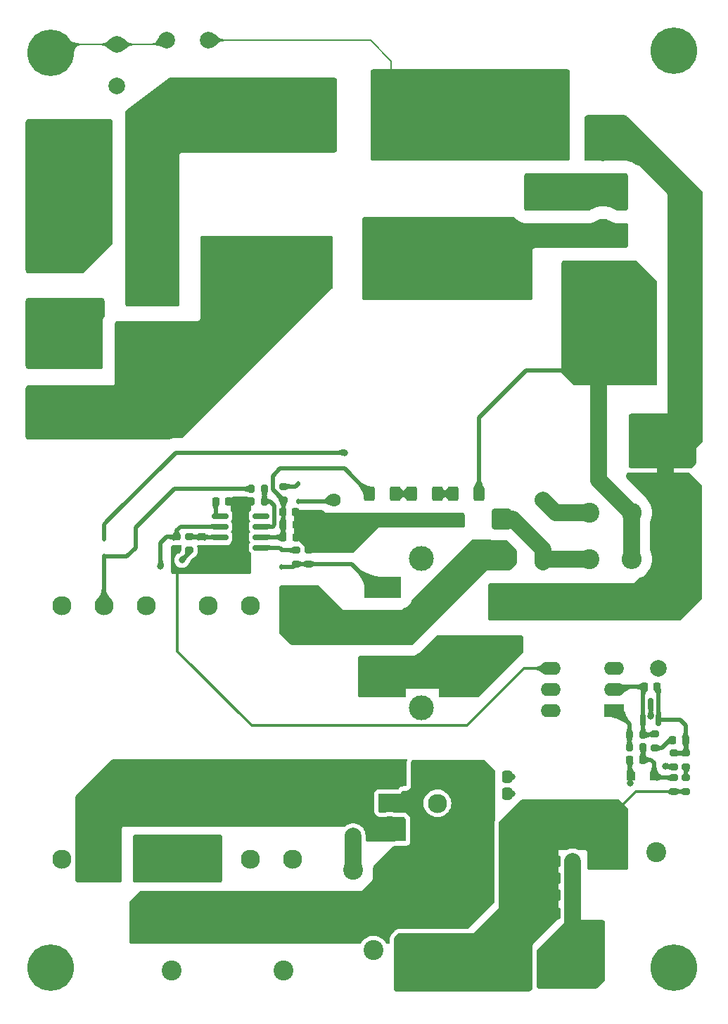
<source format=gbr>
%TF.GenerationSoftware,KiCad,Pcbnew,7.99.0-3539-g7abe2e3ea0*%
%TF.CreationDate,2023-11-11T19:40:51+01:00*%
%TF.ProjectId,ACDC150V24,41434443-3135-4305-9632-342e6b696361,rev?*%
%TF.SameCoordinates,Original*%
%TF.FileFunction,Copper,L1,Top*%
%TF.FilePolarity,Positive*%
%FSLAX46Y46*%
G04 Gerber Fmt 4.6, Leading zero omitted, Abs format (unit mm)*
G04 Created by KiCad (PCBNEW 7.99.0-3539-g7abe2e3ea0) date 2023-11-11 19:40:51*
%MOMM*%
%LPD*%
G01*
G04 APERTURE LIST*
G04 Aperture macros list*
%AMRoundRect*
0 Rectangle with rounded corners*
0 $1 Rounding radius*
0 $2 $3 $4 $5 $6 $7 $8 $9 X,Y pos of 4 corners*
0 Add a 4 corners polygon primitive as box body*
4,1,4,$2,$3,$4,$5,$6,$7,$8,$9,$2,$3,0*
0 Add four circle primitives for the rounded corners*
1,1,$1+$1,$2,$3*
1,1,$1+$1,$4,$5*
1,1,$1+$1,$6,$7*
1,1,$1+$1,$8,$9*
0 Add four rect primitives between the rounded corners*
20,1,$1+$1,$2,$3,$4,$5,0*
20,1,$1+$1,$4,$5,$6,$7,0*
20,1,$1+$1,$6,$7,$8,$9,0*
20,1,$1+$1,$8,$9,$2,$3,0*%
G04 Aperture macros list end*
%TA.AperFunction,EtchedComponent*%
%ADD10C,0.000000*%
%TD*%
%TA.AperFunction,SMDPad,CuDef*%
%ADD11RoundRect,0.200000X-0.275000X0.200000X-0.275000X-0.200000X0.275000X-0.200000X0.275000X0.200000X0*%
%TD*%
%TA.AperFunction,SMDPad,CuDef*%
%ADD12RoundRect,0.200000X-0.200000X-0.275000X0.200000X-0.275000X0.200000X0.275000X-0.200000X0.275000X0*%
%TD*%
%TA.AperFunction,SMDPad,CuDef*%
%ADD13RoundRect,0.200000X0.275000X-0.200000X0.275000X0.200000X-0.275000X0.200000X-0.275000X-0.200000X0*%
%TD*%
%TA.AperFunction,ComponentPad*%
%ADD14C,3.600000*%
%TD*%
%TA.AperFunction,ConnectorPad*%
%ADD15C,5.600000*%
%TD*%
%TA.AperFunction,SMDPad,CuDef*%
%ADD16RoundRect,0.250000X-0.400000X-0.625000X0.400000X-0.625000X0.400000X0.625000X-0.400000X0.625000X0*%
%TD*%
%TA.AperFunction,ComponentPad*%
%ADD17R,3.200000X3.200000*%
%TD*%
%TA.AperFunction,ComponentPad*%
%ADD18C,3.200000*%
%TD*%
%TA.AperFunction,ComponentPad*%
%ADD19C,3.000000*%
%TD*%
%TA.AperFunction,ComponentPad*%
%ADD20C,1.800000*%
%TD*%
%TA.AperFunction,SMDPad,CuDef*%
%ADD21RoundRect,0.250000X-0.337500X-0.475000X0.337500X-0.475000X0.337500X0.475000X-0.337500X0.475000X0*%
%TD*%
%TA.AperFunction,SMDPad,CuDef*%
%ADD22RoundRect,0.225000X-0.250000X0.225000X-0.250000X-0.225000X0.250000X-0.225000X0.250000X0.225000X0*%
%TD*%
%TA.AperFunction,ComponentPad*%
%ADD23C,2.000000*%
%TD*%
%TA.AperFunction,SMDPad,CuDef*%
%ADD24RoundRect,0.225000X-0.225000X-0.250000X0.225000X-0.250000X0.225000X0.250000X-0.225000X0.250000X0*%
%TD*%
%TA.AperFunction,SMDPad,CuDef*%
%ADD25RoundRect,0.250000X0.337500X0.475000X-0.337500X0.475000X-0.337500X-0.475000X0.337500X-0.475000X0*%
%TD*%
%TA.AperFunction,SMDPad,CuDef*%
%ADD26RoundRect,0.225000X0.250000X-0.225000X0.250000X0.225000X-0.250000X0.225000X-0.250000X-0.225000X0*%
%TD*%
%TA.AperFunction,ComponentPad*%
%ADD27R,2.400000X2.400000*%
%TD*%
%TA.AperFunction,ComponentPad*%
%ADD28C,2.400000*%
%TD*%
%TA.AperFunction,ComponentPad*%
%ADD29C,1.700000*%
%TD*%
%TA.AperFunction,SMDPad,CuDef*%
%ADD30RoundRect,0.112500X-0.112500X0.187500X-0.112500X-0.187500X0.112500X-0.187500X0.112500X0.187500X0*%
%TD*%
%TA.AperFunction,ComponentPad*%
%ADD31O,2.400000X2.400000*%
%TD*%
%TA.AperFunction,SMDPad,CuDef*%
%ADD32RoundRect,0.249999X1.425001X-0.450001X1.425001X0.450001X-1.425001X0.450001X-1.425001X-0.450001X0*%
%TD*%
%TA.AperFunction,ComponentPad*%
%ADD33R,2.400000X1.600000*%
%TD*%
%TA.AperFunction,ComponentPad*%
%ADD34O,2.400000X1.600000*%
%TD*%
%TA.AperFunction,ComponentPad*%
%ADD35C,1.600000*%
%TD*%
%TA.AperFunction,SMDPad,CuDef*%
%ADD36RoundRect,0.150000X0.150000X-0.587500X0.150000X0.587500X-0.150000X0.587500X-0.150000X-0.587500X0*%
%TD*%
%TA.AperFunction,ComponentPad*%
%ADD37C,2.300000*%
%TD*%
%TA.AperFunction,ComponentPad*%
%ADD38RoundRect,0.250001X-1.099999X1.099999X-1.099999X-1.099999X1.099999X-1.099999X1.099999X1.099999X0*%
%TD*%
%TA.AperFunction,ComponentPad*%
%ADD39C,2.700000*%
%TD*%
%TA.AperFunction,SMDPad,CuDef*%
%ADD40RoundRect,0.200000X0.200000X0.275000X-0.200000X0.275000X-0.200000X-0.275000X0.200000X-0.275000X0*%
%TD*%
%TA.AperFunction,ComponentPad*%
%ADD41RoundRect,0.250001X1.099999X1.099999X-1.099999X1.099999X-1.099999X-1.099999X1.099999X-1.099999X0*%
%TD*%
%TA.AperFunction,SMDPad,CuDef*%
%ADD42RoundRect,0.250000X0.300000X0.300000X-0.300000X0.300000X-0.300000X-0.300000X0.300000X-0.300000X0*%
%TD*%
%TA.AperFunction,SMDPad,CuDef*%
%ADD43C,2.000000*%
%TD*%
%TA.AperFunction,SMDPad,CuDef*%
%ADD44RoundRect,0.225000X0.225000X0.250000X-0.225000X0.250000X-0.225000X-0.250000X0.225000X-0.250000X0*%
%TD*%
%TA.AperFunction,ComponentPad*%
%ADD45R,2.000000X1.905000*%
%TD*%
%TA.AperFunction,ComponentPad*%
%ADD46O,2.000000X1.905000*%
%TD*%
%TA.AperFunction,WasherPad*%
%ADD47C,2.300000*%
%TD*%
%TA.AperFunction,SMDPad,CuDef*%
%ADD48RoundRect,0.250000X-0.900000X1.000000X-0.900000X-1.000000X0.900000X-1.000000X0.900000X1.000000X0*%
%TD*%
%TA.AperFunction,SMDPad,CuDef*%
%ADD49RoundRect,0.150000X-0.825000X-0.150000X0.825000X-0.150000X0.825000X0.150000X-0.825000X0.150000X0*%
%TD*%
%TA.AperFunction,ComponentPad*%
%ADD50R,4.500000X2.500000*%
%TD*%
%TA.AperFunction,ComponentPad*%
%ADD51O,4.500000X2.500000*%
%TD*%
%TA.AperFunction,ViaPad*%
%ADD52C,0.800000*%
%TD*%
%TA.AperFunction,Conductor*%
%ADD53C,0.200000*%
%TD*%
%TA.AperFunction,Conductor*%
%ADD54C,0.500000*%
%TD*%
%TA.AperFunction,Conductor*%
%ADD55C,2.000000*%
%TD*%
%TA.AperFunction,Conductor*%
%ADD56C,0.300000*%
%TD*%
G04 APERTURE END LIST*
D10*
%TA.AperFunction,EtchedComponent*%
%TO.C,NT1*%
G36*
X80000000Y62900000D02*
G01*
X78000000Y62900000D01*
X78000000Y66900000D01*
X80000000Y66900000D01*
X80000000Y62900000D01*
G37*
%TD.AperFunction*%
%TD*%
D11*
%TO.P,R14,1*%
%TO.N,Net-(D4-K)*%
X80000000Y27825000D03*
%TO.P,R14,2*%
%TO.N,/PS/24V_F*%
X80000000Y26175000D03*
%TD*%
%TO.P,R19,1*%
%TO.N,Net-(U3-REF)*%
X81500000Y30797000D03*
%TO.P,R19,2*%
%TO.N,Net-(R15-Pad1)*%
X81500000Y29147000D03*
%TD*%
D12*
%TO.P,R11,1*%
%TO.N,Net-(R11-Pad1)*%
X74675000Y31500000D03*
%TO.P,R11,2*%
%TO.N,Net-(D4-K)*%
X76325000Y31500000D03*
%TD*%
D13*
%TO.P,R16,1*%
%TO.N,OUT_GND*%
X80000000Y29147000D03*
%TO.P,R16,2*%
%TO.N,Net-(U3-REF)*%
X80000000Y30797000D03*
%TD*%
D14*
%TO.P,H2,1,1*%
%TO.N,unconnected-(H2-Pad1)*%
X80000000Y5000000D03*
D15*
%TO.N,unconnected-(H2-Pad1)_0*%
X80000000Y5000000D03*
%TD*%
D16*
%TO.P,R5,1*%
%TO.N,Net-(R5-Pad1)*%
X53450000Y62000000D03*
%TO.P,R5,2*%
%TO.N,/PS/AC_R_O*%
X56550000Y62000000D03*
%TD*%
D17*
%TO.P,D5,1,+*%
%TO.N,/PS/AC_R_O*%
X71500000Y88340000D03*
D18*
%TO.P,D5,2*%
%TO.N,/PS/AC_R_I_2*%
X71500000Y93420000D03*
%TO.P,D5,3*%
%TO.N,/PS/AC_R_I_1*%
X71500000Y98500000D03*
%TO.P,D5,4,-*%
%TO.N,DCR_GND*%
X71500000Y103580000D03*
%TD*%
D19*
%TO.P,HS1,1*%
%TO.N,N/C*%
X49598450Y36233000D03*
%TO.P,HS1,2*%
X49598450Y54233000D03*
%TD*%
D20*
%TO.P,F1,1*%
%TO.N,/PS/AC_L*%
X7200000Y84460000D03*
%TO.P,F1,2*%
%TO.N,Net-(F1-Pad2)*%
X7200000Y89540000D03*
%TD*%
D21*
%TO.P,C16,1*%
%TO.N,/PS/24V_F*%
X65764500Y17801500D03*
%TO.P,C16,2*%
%TO.N,OUT_GND*%
X67839500Y17801500D03*
%TD*%
D20*
%TO.P,RV1,1*%
%TO.N,/PS/AC_L_SW*%
X17000000Y87500000D03*
%TO.P,RV1,2*%
%TO.N,/PS/AC_N*%
X15700000Y80000000D03*
%TD*%
D22*
%TO.P,C2,1*%
%TO.N,/PS/MOS_S*%
X23175000Y56775000D03*
%TO.P,C2,2*%
%TO.N,GND_DC_S*%
X23175000Y55225000D03*
%TD*%
D23*
%TO.P,SW1,1,1*%
%TO.N,Net-(F1-Pad2)*%
X10000000Y105000000D03*
%TO.P,SW1,2,2*%
%TO.N,/PS/AC_L_SW*%
X16000000Y106000000D03*
%TO.P,SW1,3,3*%
%TO.N,Net-(F1-Pad2)*%
X10000000Y95000000D03*
%TO.P,SW1,4,4*%
%TO.N,/PS/AC_L_SW*%
X16000000Y94000000D03*
%TD*%
D24*
%TO.P,C4,1*%
%TO.N,Net-(U1-VDD)*%
X32975000Y58250000D03*
%TO.P,C4,2*%
%TO.N,GND_DC_P*%
X34525000Y58250000D03*
%TD*%
D23*
%TO.P,C27,1*%
%TO.N,OUT_GND*%
X78181200Y41004800D03*
%TO.P,C27,2*%
%TO.N,GND_DC_P*%
X78181200Y48504800D03*
%TD*%
D25*
%TO.P,C19,1*%
%TO.N,OUT_GND*%
X67839500Y13716000D03*
%TO.P,C19,2*%
%TO.N,/PS/24V_F*%
X65764500Y13716000D03*
%TD*%
D23*
%TO.P,C28,1*%
%TO.N,Net-(C28-Pad1)*%
X41402000Y20828000D03*
%TO.P,C28,2*%
%TO.N,Net-(D7A-A)*%
X41402000Y28328000D03*
%TD*%
D26*
%TO.P,C10,1*%
%TO.N,GND_DC_S*%
X20200000Y55225000D03*
%TO.P,C10,2*%
%TO.N,/PS/OPT_C*%
X20200000Y56775000D03*
%TD*%
D27*
%TO.P,C24,1*%
%TO.N,/PS/24V_O*%
X19558000Y9625459D03*
D28*
%TO.P,C24,2*%
%TO.N,OUT_GND*%
X19558000Y4625459D03*
%TD*%
D29*
%TO.P,C7,1*%
%TO.N,/PS/AC_L_SW*%
X26500000Y109500000D03*
%TO.P,C7,2*%
%TO.N,/PS/AC_N*%
X26500000Y87000000D03*
%TD*%
D13*
%TO.P,R1,1*%
%TO.N,Net-(D1-A)*%
X34544000Y53531000D03*
%TO.P,R1,2*%
%TO.N,/PS/TR_GAT*%
X34544000Y55181000D03*
%TD*%
D24*
%TO.P,C5,1*%
%TO.N,Net-(U1-VDD)*%
X32950000Y59750000D03*
%TO.P,C5,2*%
%TO.N,GND_DC_P*%
X34500000Y59750000D03*
%TD*%
D30*
%TO.P,D3,1,K*%
%TO.N,Net-(D2-A)*%
X11430000Y56549000D03*
%TO.P,D3,2,A*%
%TO.N,/PS/AUX*%
X11430000Y54449000D03*
%TD*%
D27*
%TO.P,C23,1*%
%TO.N,/PS/24V_O*%
X33020000Y9625459D03*
D28*
%TO.P,C23,2*%
%TO.N,OUT_GND*%
X33020000Y4625459D03*
%TD*%
%TO.P,R18,1*%
%TO.N,Net-(C20-Pad2)*%
X69850000Y59690000D03*
D31*
%TO.P,R18,2*%
%TO.N,/PS/AC_R_O*%
X74930000Y59690000D03*
%TD*%
D32*
%TO.P,R4,1*%
%TO.N,Net-(Q1-S)*%
X59817000Y43305000D03*
%TO.P,R4,2*%
%TO.N,GND_DC_P*%
X59817000Y49405000D03*
%TD*%
D30*
%TO.P,D2,1,K*%
%TO.N,Net-(D2-K)*%
X34775500Y63130500D03*
%TO.P,D2,2,A*%
%TO.N,Net-(D2-A)*%
X34775500Y61030500D03*
%TD*%
D33*
%TO.P,U2,1*%
%TO.N,Net-(R11-Pad1)*%
X72825000Y35895000D03*
D34*
%TO.P,U2,2*%
%TO.N,Net-(U3-K)*%
X72825000Y38435000D03*
%TO.P,U2,3,NC*%
%TO.N,unconnected-(U2-NC-Pad3)*%
X72825000Y40975000D03*
%TO.P,U2,4*%
%TO.N,GND_DC_S*%
X65205000Y40975000D03*
%TO.P,U2,5*%
%TO.N,/PS/OPT_C*%
X65205000Y38435000D03*
%TO.P,U2,6*%
%TO.N,unconnected-(U2-Pad6)*%
X65205000Y35895000D03*
%TD*%
D29*
%TO.P,C11,1*%
%TO.N,Net-(C11-Pad1)*%
X55500000Y110000000D03*
%TO.P,C11,2*%
%TO.N,/PS/AC_R_I_2*%
X55500000Y87500000D03*
%TD*%
D27*
%TO.P,C15,1*%
%TO.N,/PS/AC_R_O*%
X76500000Y77000000D03*
D28*
%TO.P,C15,2*%
%TO.N,DCR_GND*%
X76500000Y69500000D03*
%TD*%
D25*
%TO.P,C26,1*%
%TO.N,OUT_GND*%
X59965500Y27940000D03*
%TO.P,C26,2*%
%TO.N,/PS/24V_O*%
X57890500Y27940000D03*
%TD*%
D35*
%TO.P,C6,1*%
%TO.N,Net-(D2-A)*%
X39116000Y61250000D03*
%TO.P,C6,2*%
%TO.N,GND_DC_P*%
X39116000Y58750000D03*
%TD*%
D28*
%TO.P,R17,1*%
%TO.N,Net-(D6-K)*%
X69865000Y54102000D03*
D31*
%TO.P,R17,2*%
%TO.N,/PS/AC_R_O*%
X74945000Y54102000D03*
%TD*%
D27*
%TO.P,C22,1*%
%TO.N,/PS/24V_F*%
X72924541Y18896459D03*
D28*
%TO.P,C22,2*%
%TO.N,OUT_GND*%
X77924541Y18896459D03*
%TD*%
D36*
%TO.P,U3,1,K*%
%TO.N,Net-(U3-K)*%
X76300000Y34812500D03*
%TO.P,U3,2,REF*%
%TO.N,Net-(U3-REF)*%
X78200000Y34812500D03*
%TO.P,U3,3,A*%
%TO.N,OUT_GND*%
X77250000Y36687500D03*
%TD*%
D37*
%TO.P,FL1,1,1*%
%TO.N,/PS/AC_N*%
X36000000Y90250000D03*
%TO.P,FL1,2,2*%
%TO.N,/PS/AC_R_I_2*%
X46000000Y90250000D03*
%TO.P,FL1,3,3*%
%TO.N,/PS/AC_L_SW*%
X36000000Y109000000D03*
%TO.P,FL1,4,4*%
%TO.N,Net-(C11-Pad1)*%
X46000000Y109000000D03*
%TD*%
D24*
%TO.P,C13,1*%
%TO.N,Net-(U3-K)*%
X76475000Y38750000D03*
%TO.P,C13,2*%
%TO.N,Net-(U3-REF)*%
X78025000Y38750000D03*
%TD*%
D23*
%TO.P,C20,1*%
%TO.N,Net-(D6-K)*%
X64250000Y53750000D03*
%TO.P,C20,2*%
%TO.N,Net-(C20-Pad2)*%
X64250000Y61250000D03*
%TD*%
D16*
%TO.P,R7,1*%
%TO.N,Net-(U1-VDD)*%
X43400000Y62000000D03*
%TO.P,R7,2*%
%TO.N,Net-(R6-Pad1)*%
X46500000Y62000000D03*
%TD*%
D14*
%TO.P,H4,1,1*%
%TO.N,unconnected-(H4-Pad1)_1*%
X80000000Y115200000D03*
D15*
%TO.N,unconnected-(H4-Pad1)_0*%
X80000000Y115200000D03*
%TD*%
D23*
%TO.P,C9,1*%
%TO.N,/PS/AC_R_I_2*%
X13000000Y111000000D03*
%TO.P,C9,2*%
%TO.N,EARTH*%
X13000000Y116000000D03*
%TD*%
D21*
%TO.P,C25,1*%
%TO.N,/PS/24V_O*%
X57890500Y25908000D03*
%TO.P,C25,2*%
%TO.N,OUT_GND*%
X59965500Y25908000D03*
%TD*%
D24*
%TO.P,C1,1*%
%TO.N,Net-(U1-SS)*%
X24875000Y61060000D03*
%TO.P,C1,2*%
%TO.N,GND_DC_S*%
X26425000Y61060000D03*
%TD*%
D28*
%TO.P,R20,1*%
%TO.N,Net-(C28-Pad1)*%
X41417000Y16764000D03*
D31*
%TO.P,R20,2*%
%TO.N,/PS/24V_O*%
X46497000Y16764000D03*
%TD*%
D11*
%TO.P,R15,1*%
%TO.N,Net-(R15-Pad1)*%
X81500000Y27825000D03*
%TO.P,R15,2*%
%TO.N,/PS/24V_F*%
X81500000Y26175000D03*
%TD*%
D35*
%TO.P,TH1,1*%
%TO.N,/PS/AC_R_I_1*%
X64250000Y98500000D03*
%TO.P,TH1,2*%
%TO.N,Net-(C11-Pad1)*%
X65750000Y103500000D03*
%TD*%
D13*
%TO.P,R2,1*%
%TO.N,Net-(Q1-S)*%
X21700000Y55175000D03*
%TO.P,R2,2*%
%TO.N,/PS/MOS_S*%
X21700000Y56825000D03*
%TD*%
D38*
%TO.P,J1,1,Pin_1*%
%TO.N,/PS/AC_L*%
X7750000Y79500000D03*
D39*
%TO.P,J1,2,Pin_2*%
%TO.N,/PS/AC_N*%
X7750000Y71580000D03*
%TD*%
D24*
%TO.P,C14,1*%
%TO.N,Net-(C14-Pad1)*%
X79870000Y32385000D03*
%TO.P,C14,2*%
%TO.N,Net-(U3-REF)*%
X81420000Y32385000D03*
%TD*%
D37*
%TO.P,TR1,1,1*%
%TO.N,/PS/TR_SW*%
X34160000Y48500000D03*
%TO.P,TR1,2,2*%
%TO.N,unconnected-(TR1-Pad2)*%
X29080000Y48500000D03*
%TO.P,TR1,3,3*%
%TO.N,/PS/AC_R_O*%
X24000000Y48500000D03*
%TO.P,TR1,4,4*%
%TO.N,DCR_GND*%
X16507000Y48500000D03*
%TO.P,TR1,5,5*%
%TO.N,/PS/AUX*%
X11427000Y48500000D03*
%TO.P,TR1,6*%
%TO.N,N/C*%
X6347000Y48500000D03*
%TO.P,TR1,7*%
X6347000Y18020000D03*
%TO.P,TR1,8,8*%
%TO.N,Net-(D7A-A)*%
X11427000Y18020000D03*
%TO.P,TR1,9,9*%
%TO.N,Net-(TR1-Pad10)*%
X16507000Y18020000D03*
%TO.P,TR1,10,10*%
X24000000Y18020000D03*
%TO.P,TR1,11,11*%
%TO.N,OUT_GND*%
X29080000Y18020000D03*
%TO.P,TR1,12*%
%TO.N,N/C*%
X34160000Y18020000D03*
%TD*%
D16*
%TO.P,R6,1*%
%TO.N,Net-(R6-Pad1)*%
X48450000Y62000000D03*
%TO.P,R6,2*%
%TO.N,Net-(R5-Pad1)*%
X51550000Y62000000D03*
%TD*%
D21*
%TO.P,C18,1*%
%TO.N,/PS/24V_F*%
X65764500Y11557000D03*
%TO.P,C18,2*%
%TO.N,OUT_GND*%
X67839500Y11557000D03*
%TD*%
D23*
%TO.P,C8,1*%
%TO.N,Net-(C11-Pad1)*%
X24000000Y116500000D03*
%TO.P,C8,2*%
%TO.N,EARTH*%
X19000000Y116500000D03*
%TD*%
D13*
%TO.P,R3,1*%
%TO.N,Net-(D1-A)*%
X36068000Y53531000D03*
%TO.P,R3,2*%
%TO.N,GND_DC_P*%
X36068000Y55181000D03*
%TD*%
D40*
%TO.P,R10,1*%
%TO.N,Net-(U1-OVP)*%
X30750000Y61060000D03*
%TO.P,R10,2*%
%TO.N,GND_DC_S*%
X29100000Y61060000D03*
%TD*%
D41*
%TO.P,J2,1,Pin_1*%
%TO.N,OUT_GND*%
X68960000Y5000000D03*
D39*
%TO.P,J2,2,Pin_2*%
X65000000Y5000000D03*
%TO.P,J2,3,Pin_3*%
%TO.N,/PS/24V_F*%
X61040000Y5000000D03*
%TO.P,J2,4,Pin_4*%
X57080000Y5000000D03*
%TD*%
D42*
%TO.P,D4,1,K*%
%TO.N,Net-(D4-K)*%
X77650000Y28000000D03*
%TO.P,D4,2,A*%
%TO.N,OUT_GND*%
X74850000Y28000000D03*
%TD*%
D43*
%TO.P,NT1,1,1*%
%TO.N,GND_DC_P*%
X79000000Y62900000D03*
%TO.P,NT1,2,2*%
%TO.N,DCR_GND*%
X79000000Y66900000D03*
%TD*%
D44*
%TO.P,C12,1*%
%TO.N,Net-(D4-K)*%
X76275000Y30000000D03*
%TO.P,C12,2*%
%TO.N,OUT_GND*%
X74725000Y30000000D03*
%TD*%
D40*
%TO.P,R12,1*%
%TO.N,Net-(U3-K)*%
X76325000Y33000000D03*
%TO.P,R12,2*%
%TO.N,Net-(R11-Pad1)*%
X74675000Y33000000D03*
%TD*%
D11*
%TO.P,R8,1*%
%TO.N,Net-(D2-K)*%
X33020000Y62865000D03*
%TO.P,R8,2*%
%TO.N,Net-(U1-VDD)*%
X33020000Y61215000D03*
%TD*%
D40*
%TO.P,R9,1*%
%TO.N,Net-(U1-OVP)*%
X30750000Y62560000D03*
%TO.P,R9,2*%
%TO.N,/PS/AUX*%
X29100000Y62560000D03*
%TD*%
D45*
%TO.P,D7,1,A*%
%TO.N,Net-(D7A-A)*%
X45814000Y27342000D03*
D46*
%TO.P,D7,2,K*%
%TO.N,/PS/24V_O*%
X45814000Y24802000D03*
%TO.P,D7,3,K*%
%TO.N,Net-(D7A-A)*%
X45814000Y22262000D03*
%TD*%
D24*
%TO.P,C3,1*%
%TO.N,Net-(U1-VDD)*%
X32975000Y56750000D03*
%TO.P,C3,2*%
%TO.N,GND_DC_P*%
X34525000Y56750000D03*
%TD*%
D47*
%TO.P,HS2,*%
%TO.N,*%
X51562000Y24765000D03*
%TD*%
D14*
%TO.P,H3,1,1*%
%TO.N,unconnected-(H3-Pad1)*%
X5000000Y5000000D03*
D15*
%TO.N,unconnected-(H3-Pad1)_0*%
X5000000Y5000000D03*
%TD*%
D25*
%TO.P,C17,1*%
%TO.N,OUT_GND*%
X67839500Y15748000D03*
%TO.P,C17,2*%
%TO.N,/PS/24V_F*%
X65764500Y15748000D03*
%TD*%
D27*
%TO.P,C21,1*%
%TO.N,/PS/24V_F*%
X48868459Y7112000D03*
D28*
%TO.P,C21,2*%
%TO.N,OUT_GND*%
X43868459Y7112000D03*
%TD*%
D13*
%TO.P,R13,1*%
%TO.N,Net-(C14-Pad1)*%
X77724000Y31433000D03*
%TO.P,R13,2*%
%TO.N,Net-(U3-K)*%
X77724000Y33083000D03*
%TD*%
D48*
%TO.P,D6,1,K*%
%TO.N,Net-(D6-K)*%
X59250000Y58900000D03*
%TO.P,D6,2,A*%
%TO.N,/PS/TR_SW*%
X59250000Y54600000D03*
%TD*%
D30*
%TO.P,D1,1,K*%
%TO.N,/PS/TR_GAT*%
X32766000Y55279000D03*
%TO.P,D1,2,A*%
%TO.N,Net-(D1-A)*%
X32766000Y53179000D03*
%TD*%
D23*
%TO.P,L1,1*%
%TO.N,/PS/24V_F*%
X63182000Y15748000D03*
%TO.P,L1,2*%
%TO.N,/PS/24V_O*%
X55182000Y15748000D03*
%TD*%
D49*
%TO.P,U1,1,SS*%
%TO.N,Net-(U1-SS)*%
X25400000Y59310000D03*
%TO.P,U1,2,FB*%
%TO.N,/PS/OPT_C*%
X25400000Y58040000D03*
%TO.P,U1,3,CS*%
%TO.N,/PS/MOS_S*%
X25400000Y56770000D03*
%TO.P,U1,4,GND*%
%TO.N,GND_DC_S*%
X25400000Y55500000D03*
%TO.P,U1,5,OUT*%
%TO.N,/PS/TR_GAT*%
X30350000Y55500000D03*
%TO.P,U1,6,VDD*%
%TO.N,Net-(U1-VDD)*%
X30350000Y56770000D03*
%TO.P,U1,7,OVP*%
%TO.N,Net-(U1-OVP)*%
X30350000Y58040000D03*
%TO.P,U1,8,STATUS*%
%TO.N,unconnected-(U1-STATUS-Pad8)*%
X30350000Y59310000D03*
%TD*%
D50*
%TO.P,Q1,1,G*%
%TO.N,Net-(D1-A)*%
X45000000Y50700000D03*
D51*
%TO.P,Q1,2,D*%
%TO.N,/PS/TR_SW*%
X45000000Y45250000D03*
%TO.P,Q1,3,S*%
%TO.N,Net-(Q1-S)*%
X45000000Y39800000D03*
%TD*%
D14*
%TO.P,H1,1,1*%
%TO.N,EARTH*%
X5000000Y115000000D03*
D15*
X5000000Y115000000D03*
%TD*%
D52*
%TO.N,/PS/TR_SW*%
X57000000Y55500000D03*
X56007000Y54356000D03*
X59750000Y53500000D03*
X57250000Y53500000D03*
%TO.N,/PS/OPT_C*%
X18250000Y53250000D03*
%TO.N,Net-(Q1-S)*%
X59250000Y41250000D03*
X56750000Y42000000D03*
X56750000Y43750000D03*
X58000000Y41250000D03*
X20800000Y54000000D03*
%TO.N,OUT_GND*%
X77250000Y35250000D03*
X79000000Y29250000D03*
X74803000Y27178000D03*
X60553000Y25908000D03*
X60553000Y27940000D03*
%TO.N,Net-(D2-A)*%
X40386000Y66929000D03*
%TO.N,GND_DC_S*%
X28500000Y54300000D03*
X28500000Y53200000D03*
%TO.N,GND_DC_P*%
X53721000Y58674000D03*
X62250000Y50750000D03*
X80010000Y59436000D03*
X80010000Y57785000D03*
X51181000Y58674000D03*
X77851000Y57912000D03*
X60500000Y50750000D03*
X76750000Y63750000D03*
X77851000Y61341000D03*
X58750000Y50750000D03*
X63754000Y48006000D03*
X80010000Y61341000D03*
X62250000Y48000000D03*
X63754000Y50673000D03*
X77724000Y63754000D03*
X52450000Y58750000D03*
X75819000Y63754000D03*
X77851000Y59563000D03*
X62250000Y49500000D03*
X63754000Y49403000D03*
%TD*%
D53*
%TO.N,EARTH*%
X13000000Y116000000D02*
X6000000Y116000000D01*
X6000000Y116000000D02*
X5000000Y115000000D01*
X19000000Y116000000D02*
X13000000Y116000000D01*
D54*
%TO.N,/PS/AC_R_O*%
X62250000Y76800000D02*
X67700000Y76800000D01*
X56550000Y71100000D02*
X62250000Y76800000D01*
D55*
X74930000Y59690000D02*
X70993000Y63627000D01*
X74930000Y59690000D02*
X74930000Y54117000D01*
X70993000Y63627000D02*
X70993000Y75819000D01*
X74930000Y54117000D02*
X74945000Y54102000D01*
D54*
X56550000Y62000000D02*
X56550000Y71100000D01*
X67700000Y76800000D02*
X67900000Y76800000D01*
%TO.N,/PS/AUX*%
X14190000Y54449000D02*
X11430000Y54449000D01*
X29100000Y62560000D02*
X19888000Y62560000D01*
X15240000Y55499000D02*
X14190000Y54449000D01*
X11430000Y54449000D02*
X11430000Y48503000D01*
X11430000Y48503000D02*
X11427000Y48500000D01*
X15240000Y57912000D02*
X15240000Y55499000D01*
X19888000Y62560000D02*
X15240000Y57912000D01*
%TO.N,/PS/TR_GAT*%
X34544000Y55181000D02*
X32864000Y55181000D01*
X32545000Y55500000D02*
X32766000Y55279000D01*
X30350000Y55500000D02*
X32545000Y55500000D01*
X32864000Y55181000D02*
X32766000Y55279000D01*
%TO.N,Net-(U3-REF)*%
X78200000Y34812500D02*
X78200000Y38575000D01*
X78200000Y34812500D02*
X80757500Y34812500D01*
X81500000Y32305000D02*
X81420000Y32385000D01*
X78200000Y38575000D02*
X78025000Y38750000D01*
X80757500Y34812500D02*
X81420000Y34150000D01*
X81500000Y30797000D02*
X80000000Y30797000D01*
X81420000Y34150000D02*
X81420000Y32385000D01*
X81500000Y30797000D02*
X81500000Y32305000D01*
%TO.N,/PS/MOS_S*%
X23175000Y56775000D02*
X21750000Y56775000D01*
X25400000Y56770000D02*
X23180000Y56770000D01*
X23180000Y56770000D02*
X23175000Y56775000D01*
X21750000Y56775000D02*
X21700000Y56825000D01*
%TO.N,/PS/OPT_C*%
X18250000Y53250000D02*
X18250000Y56050000D01*
X25400000Y58040000D02*
X20640000Y58040000D01*
X20200000Y57600000D02*
X20200000Y56775000D01*
X20640000Y58040000D02*
X20200000Y57600000D01*
X18250000Y56050000D02*
X18975000Y56775000D01*
X18975000Y56775000D02*
X20200000Y56775000D01*
%TO.N,Net-(U3-K)*%
X73260000Y38000000D02*
X72825000Y38435000D01*
X76300000Y38575000D02*
X76475000Y38750000D01*
X76300000Y34812500D02*
X76300000Y33025000D01*
X76475000Y38750000D02*
X73140000Y38750000D01*
X76325000Y33000000D02*
X77641000Y33000000D01*
X76300000Y33025000D02*
X76325000Y33000000D01*
X77641000Y33000000D02*
X77724000Y33083000D01*
X73140000Y38750000D02*
X72825000Y38435000D01*
X76300000Y34812500D02*
X76300000Y38575000D01*
%TO.N,Net-(Q1-S)*%
X20800000Y54000000D02*
X21700000Y54900000D01*
X21700000Y54900000D02*
X21700000Y55175000D01*
D55*
%TO.N,OUT_GND*%
X67839500Y17801500D02*
X67839500Y6120500D01*
D54*
X80000000Y29147000D02*
X79103000Y29147000D01*
X79103000Y29147000D02*
X79000000Y29250000D01*
D55*
X67839500Y6120500D02*
X68960000Y5000000D01*
D54*
X77250000Y35250000D02*
X77250000Y36687500D01*
X74725000Y28125000D02*
X74850000Y28000000D01*
X74725000Y30000000D02*
X74725000Y28125000D01*
%TO.N,Net-(D2-A)*%
X11811000Y58674000D02*
X20066000Y66929000D01*
X34775500Y61030500D02*
X38530500Y61030500D01*
X11430000Y56549000D02*
X11430000Y58293000D01*
X38530500Y61030500D02*
X38750000Y61250000D01*
X20066000Y66929000D02*
X40386000Y66929000D01*
X11430000Y58293000D02*
X11811000Y58674000D01*
%TO.N,Net-(U1-SS)*%
X24875000Y59310000D02*
X25400000Y59310000D01*
X24875000Y61060000D02*
X24875000Y59310000D01*
%TO.N,Net-(D4-K)*%
X77650000Y28000000D02*
X77650000Y29600000D01*
X80000000Y27825000D02*
X77825000Y27825000D01*
X77825000Y27825000D02*
X77650000Y28000000D01*
X77250000Y30000000D02*
X76275000Y30000000D01*
X76325000Y30050000D02*
X76275000Y30000000D01*
X77650000Y29600000D02*
X77250000Y30000000D01*
X76325000Y31500000D02*
X76325000Y30050000D01*
%TO.N,Net-(D2-K)*%
X34510000Y62865000D02*
X34775500Y63130500D01*
X33020000Y62865000D02*
X34510000Y62865000D01*
D53*
%TO.N,Net-(C11-Pad1)*%
X46000000Y114000000D02*
X46000000Y109000000D01*
X24000000Y116500000D02*
X43500000Y116500000D01*
X43500000Y116500000D02*
X46000000Y114000000D01*
D55*
%TO.N,Net-(D6-K)*%
X69865000Y54102000D02*
X64602000Y54102000D01*
X60600000Y58900000D02*
X59250000Y58900000D01*
X64602000Y54102000D02*
X64250000Y53750000D01*
X64250000Y53750000D02*
X64250000Y55250000D01*
X64250000Y55250000D02*
X60600000Y58900000D01*
D54*
%TO.N,Net-(D1-A)*%
X44042000Y50700000D02*
X45000000Y50700000D01*
X34192000Y53179000D02*
X34544000Y53531000D01*
X32766000Y53179000D02*
X34192000Y53179000D01*
X36068000Y53531000D02*
X34544000Y53531000D01*
X36068000Y53531000D02*
X41211000Y53531000D01*
X41211000Y53531000D02*
X44042000Y50700000D01*
%TO.N,Net-(U1-OVP)*%
X30350000Y58040000D02*
X31722500Y58040000D01*
X31722500Y58040000D02*
X31925000Y58242500D01*
X31925000Y58242500D02*
X31925000Y60575000D01*
X31925000Y60575000D02*
X31440000Y61060000D01*
X30750000Y61060000D02*
X30750000Y62560000D01*
X31440000Y61060000D02*
X30750000Y61060000D01*
%TO.N,Net-(C14-Pad1)*%
X78550000Y31433000D02*
X79502000Y32385000D01*
X79502000Y32385000D02*
X79870000Y32385000D01*
X77724000Y31433000D02*
X78550000Y31433000D01*
%TO.N,Net-(R5-Pad1)*%
X51550000Y62000000D02*
X53450000Y62000000D01*
%TO.N,Net-(R6-Pad1)*%
X46500000Y62000000D02*
X48450000Y62000000D01*
%TO.N,Net-(R11-Pad1)*%
X74675000Y33000000D02*
X74675000Y34325000D01*
X74675000Y34325000D02*
X73105000Y35895000D01*
X74675000Y31500000D02*
X74675000Y33000000D01*
X73105000Y35895000D02*
X72825000Y35895000D01*
D56*
%TO.N,GND_DC_S*%
X29200000Y34100000D02*
X20250000Y43050000D01*
X21500000Y52750000D02*
X22675000Y53925000D01*
X22675000Y53925000D02*
X23175000Y53925000D01*
X61975000Y40975000D02*
X55100000Y34100000D01*
X20250000Y52750000D02*
X21500000Y52750000D01*
X55100000Y34100000D02*
X29200000Y34100000D01*
X65205000Y40975000D02*
X61975000Y40975000D01*
X20250000Y43050000D02*
X20250000Y52750000D01*
%TO.N,/PS/24V_F*%
X75451000Y26175000D02*
X73279000Y24003000D01*
D54*
X81500000Y26175000D02*
X80000000Y26175000D01*
D56*
X80000000Y26175000D02*
X75451000Y26175000D01*
D55*
%TO.N,Net-(C20-Pad2)*%
X69850000Y59690000D02*
X65810000Y59690000D01*
X65810000Y59690000D02*
X64250000Y61250000D01*
D56*
%TO.N,Net-(R15-Pad1)*%
X81500000Y27825000D02*
X81500000Y29147000D01*
D54*
%TO.N,Net-(U1-VDD)*%
X40376000Y65024000D02*
X32639000Y65024000D01*
X43400000Y62000000D02*
X40376000Y65024000D01*
X31750000Y62485000D02*
X33020000Y61215000D01*
X32639000Y65024000D02*
X31750000Y64135000D01*
X31750000Y64135000D02*
X31750000Y62485000D01*
X33020000Y58295000D02*
X32975000Y58250000D01*
X32975000Y58250000D02*
X32975000Y56750000D01*
X30350000Y56770000D02*
X32955000Y56770000D01*
X32955000Y56770000D02*
X32975000Y56750000D01*
X33020000Y61215000D02*
X33020000Y58295000D01*
D55*
%TO.N,Net-(C28-Pad1)*%
X41417000Y16764000D02*
X41417000Y20813000D01*
X41417000Y20813000D02*
X41402000Y20828000D01*
%TD*%
%TA.AperFunction,Conductor*%
%TO.N,OUT_GND*%
G36*
X71461971Y10727619D02*
G01*
X71540618Y10711976D01*
X71585308Y10693465D01*
X71641626Y10655834D01*
X71675833Y10621627D01*
X71713462Y10565312D01*
X71731976Y10520613D01*
X71747617Y10441981D01*
X71750000Y10417790D01*
X71750000Y3636475D01*
X71747617Y3612284D01*
X71731976Y3533652D01*
X71713461Y3488952D01*
X71668916Y3422286D01*
X71653495Y3403496D01*
X70846504Y2596505D01*
X70827714Y2581084D01*
X70761048Y2536539D01*
X70716348Y2518024D01*
X70637716Y2502383D01*
X70613525Y2500000D01*
X63812211Y2500000D01*
X63788020Y2502383D01*
X63709387Y2518024D01*
X63664689Y2536538D01*
X63608373Y2574167D01*
X63574166Y2608374D01*
X63536535Y2664692D01*
X63518024Y2709382D01*
X63502381Y2788029D01*
X63500000Y2812211D01*
X63500000Y6970526D01*
X63502381Y6994707D01*
X63518025Y7073357D01*
X63536536Y7118045D01*
X63581088Y7184722D01*
X63596499Y7203500D01*
X67026500Y10633501D01*
X67045278Y10648912D01*
X67111955Y10693464D01*
X67156643Y10711975D01*
X67235292Y10727619D01*
X67259475Y10730000D01*
X71437789Y10730000D01*
X71461971Y10727619D01*
G37*
%TD.AperFunction*%
%TD*%
%TA.AperFunction,Conductor*%
%TO.N,/PS/24V_F*%
G36*
X73293707Y25270619D02*
G01*
X73372354Y25254976D01*
X73417046Y25236463D01*
X73483714Y25191917D01*
X73502504Y25176496D01*
X74452495Y24226505D01*
X74467916Y24207715D01*
X74512461Y24141049D01*
X74530976Y24096349D01*
X74546617Y24017717D01*
X74549000Y23993526D01*
X74549000Y17076211D01*
X74546617Y17052020D01*
X74530976Y16973388D01*
X74512462Y16928689D01*
X74474836Y16872377D01*
X74440623Y16838164D01*
X74384311Y16800538D01*
X74339612Y16782024D01*
X74260980Y16766383D01*
X74236789Y16764000D01*
X69825014Y16764000D01*
X69800823Y16766383D01*
X69754028Y16775691D01*
X69709330Y16794205D01*
X69680009Y16813796D01*
X69645796Y16848009D01*
X69626204Y16877331D01*
X69607691Y16922025D01*
X69598381Y16968831D01*
X69596000Y16993014D01*
X69596000Y18877001D01*
X69595999Y18877005D01*
X69573165Y18991803D01*
X69573164Y18991804D01*
X69573164Y18991805D01*
X69508132Y19089132D01*
X69410805Y19154164D01*
X69410804Y19154165D01*
X69410803Y19154165D01*
X69410802Y19154166D01*
X69296004Y19177000D01*
X69296000Y19177000D01*
X68492456Y19177000D01*
X68436162Y19190515D01*
X68418563Y19199482D01*
X68418562Y19199483D01*
X68418559Y19199484D01*
X68192743Y19272856D01*
X67958227Y19310000D01*
X67958222Y19310000D01*
X67720778Y19310000D01*
X67720773Y19310000D01*
X67486257Y19272856D01*
X67486254Y19272856D01*
X67260440Y19199484D01*
X67250821Y19194583D01*
X67242837Y19190515D01*
X67186544Y19177000D01*
X66466995Y19177000D01*
X64605803Y19177000D01*
X64522836Y19160497D01*
X64452500Y19113500D01*
X64405503Y19043164D01*
X64389000Y18960197D01*
X64389000Y14351000D01*
X64089000Y14351000D01*
X60576264Y14351000D01*
X60452000Y14351000D01*
X58928000Y15875000D01*
X58928000Y22342526D01*
X58930381Y22366707D01*
X58946025Y22445357D01*
X58964536Y22490045D01*
X59009088Y22556722D01*
X59024499Y22575500D01*
X61625500Y25176501D01*
X61644278Y25191912D01*
X61710955Y25236464D01*
X61755643Y25254975D01*
X61834292Y25270619D01*
X61858475Y25273000D01*
X73269525Y25273000D01*
X73293707Y25270619D01*
G37*
%TD.AperFunction*%
%TD*%
%TA.AperFunction,Conductor*%
%TO.N,/PS/AC_R_O*%
G36*
X75387707Y89997619D02*
G01*
X75466354Y89981976D01*
X75511046Y89963463D01*
X75577714Y89918917D01*
X75596504Y89903496D01*
X77958181Y87541819D01*
X77991666Y87480496D01*
X77994500Y87454138D01*
X77994500Y75124000D01*
X77974815Y75056961D01*
X77922011Y75011206D01*
X77870500Y75000000D01*
X68136475Y75000000D01*
X68112284Y75002383D01*
X68033651Y75018024D01*
X67988951Y75036539D01*
X67922285Y75081084D01*
X67903495Y75096505D01*
X66596504Y76403496D01*
X66581083Y76422286D01*
X66536538Y76488952D01*
X66518024Y76533646D01*
X66502381Y76612293D01*
X66500000Y76636475D01*
X66500000Y89687790D01*
X66502381Y89711971D01*
X66518025Y89790621D01*
X66536534Y89835307D01*
X66574168Y89891630D01*
X66608370Y89925832D01*
X66664693Y89963466D01*
X66709381Y89981976D01*
X66760377Y89992119D01*
X66784560Y89994500D01*
X74224747Y89994500D01*
X74224753Y89994500D01*
X74298592Y89998128D01*
X74314566Y89999701D01*
X74320647Y90000000D01*
X75363525Y90000000D01*
X75387707Y89997619D01*
G37*
%TD.AperFunction*%
%TD*%
%TA.AperFunction,Conductor*%
%TO.N,GND_DC_S*%
G36*
X28702678Y61604386D02*
G01*
X28771351Y61582987D01*
X28842735Y61576500D01*
X28943150Y61576501D01*
X29010187Y61556817D01*
X29012001Y61555629D01*
X29041623Y61535836D01*
X29075834Y61501625D01*
X29113461Y61445313D01*
X29131976Y61400613D01*
X29147617Y61321981D01*
X29150000Y61297790D01*
X29150000Y60067623D01*
X29130315Y60000584D01*
X29113681Y59979942D01*
X29000551Y59866813D01*
X29000544Y59866804D01*
X28915855Y59723602D01*
X28915853Y59723597D01*
X28869438Y59563836D01*
X28869437Y59563830D01*
X28866500Y59526505D01*
X28866500Y59093495D01*
X28869437Y59056171D01*
X28869438Y59056165D01*
X28915853Y58896404D01*
X28915855Y58896399D01*
X29000547Y58753192D01*
X29002249Y58750998D01*
X29003047Y58748966D01*
X29004518Y58746478D01*
X29004116Y58746241D01*
X29027783Y58685961D01*
X29014101Y58617444D01*
X29002249Y58599002D01*
X29000547Y58596809D01*
X28915855Y58453602D01*
X28915853Y58453597D01*
X28869438Y58293836D01*
X28869437Y58293830D01*
X28866500Y58256505D01*
X28866500Y57823495D01*
X28869437Y57786171D01*
X28869438Y57786165D01*
X28915853Y57626404D01*
X28915855Y57626399D01*
X29000547Y57483192D01*
X29002249Y57480998D01*
X29003047Y57478966D01*
X29004518Y57476478D01*
X29004116Y57476241D01*
X29027783Y57415961D01*
X29014101Y57347444D01*
X29002249Y57329002D01*
X29000547Y57326809D01*
X28915855Y57183602D01*
X28915853Y57183597D01*
X28869438Y57023836D01*
X28869437Y57023830D01*
X28866500Y56986505D01*
X28866500Y56553495D01*
X28869437Y56516171D01*
X28869438Y56516165D01*
X28915853Y56356404D01*
X28915855Y56356399D01*
X29000547Y56213192D01*
X29002249Y56210998D01*
X29003047Y56208966D01*
X29004518Y56206478D01*
X29004116Y56206241D01*
X29027783Y56145961D01*
X29014101Y56077444D01*
X29002249Y56059002D01*
X29000547Y56056809D01*
X28915855Y55913602D01*
X28915853Y55913597D01*
X28869438Y55753836D01*
X28869437Y55753830D01*
X28866500Y55716505D01*
X28866500Y55283495D01*
X28869437Y55246171D01*
X28869438Y55246165D01*
X28915853Y55086404D01*
X28915855Y55086399D01*
X29000544Y54943197D01*
X29000546Y54943194D01*
X29000547Y54943193D01*
X29113682Y54830058D01*
X29147166Y54768737D01*
X29150000Y54742378D01*
X29150000Y52622211D01*
X29147617Y52598020D01*
X29131976Y52519388D01*
X29113462Y52474689D01*
X29075836Y52418377D01*
X29041623Y52384164D01*
X28985311Y52346538D01*
X28940612Y52328024D01*
X28861980Y52312383D01*
X28837789Y52310000D01*
X19812211Y52310000D01*
X19788020Y52312383D01*
X19709387Y52328024D01*
X19664689Y52346538D01*
X19608373Y52384167D01*
X19574166Y52418374D01*
X19536535Y52474692D01*
X19518024Y52519382D01*
X19502381Y52598029D01*
X19500000Y52622211D01*
X19500000Y55497790D01*
X19502381Y55521971D01*
X19518025Y55600621D01*
X19536534Y55645307D01*
X19574168Y55701630D01*
X19608370Y55735832D01*
X19664693Y55773466D01*
X19709379Y55791975D01*
X19788028Y55807619D01*
X19812211Y55810000D01*
X20649928Y55810000D01*
X20716967Y55790315D01*
X20762722Y55737511D01*
X20772666Y55668353D01*
X20768314Y55649111D01*
X20728697Y55521971D01*
X20722987Y55503648D01*
X20716500Y55432263D01*
X20716500Y55245616D01*
X20714347Y55222610D01*
X20699220Y55142493D01*
X20681235Y55054633D01*
X20648506Y54992903D01*
X20611438Y54966786D01*
X20575747Y54950420D01*
X20564824Y54945096D01*
X20553478Y54939229D01*
X20549623Y54937117D01*
X20542645Y54933292D01*
X20467030Y54889462D01*
X20403197Y54852461D01*
X20403195Y54852460D01*
X20403186Y54852454D01*
X20393689Y54846355D01*
X20383511Y54839819D01*
X20383512Y54839819D01*
X20362688Y54825069D01*
X20362687Y54825068D01*
X20362675Y54825060D01*
X20362674Y54825058D01*
X20344170Y54810636D01*
X20297433Y54770649D01*
X20199961Y54687256D01*
X20196100Y54684209D01*
X20188747Y54678867D01*
X20185386Y54675134D01*
X20181382Y54671080D01*
X20177721Y54667698D01*
X20177717Y54667694D01*
X20127081Y54613668D01*
X20123067Y54608337D01*
X20123060Y54608343D01*
X20113148Y54594906D01*
X20060961Y54536946D01*
X20060957Y54536941D01*
X19965473Y54371557D01*
X19965470Y54371550D01*
X19906459Y54189932D01*
X19906458Y54189928D01*
X19886496Y54000000D01*
X19906458Y53810072D01*
X19906459Y53810069D01*
X19965470Y53628451D01*
X19965473Y53628444D01*
X20060960Y53463056D01*
X20188747Y53321134D01*
X20343248Y53208882D01*
X20517712Y53131206D01*
X20704513Y53091500D01*
X20895487Y53091500D01*
X21082288Y53131206D01*
X21256752Y53208882D01*
X21411253Y53321134D01*
X21453336Y53367874D01*
X21458524Y53372995D01*
X21481228Y53392918D01*
X21481229Y53392919D01*
X21541236Y53463058D01*
X21610623Y53544160D01*
X21610623Y53544161D01*
X21610622Y53544161D01*
X21610635Y53544175D01*
X21619598Y53555676D01*
X21625055Y53562676D01*
X21625054Y53562675D01*
X21639818Y53583515D01*
X21652465Y53603208D01*
X21652464Y53603208D01*
X21733230Y53742547D01*
X21739067Y53753188D01*
X21744958Y53764556D01*
X21750379Y53775666D01*
X21794553Y53872011D01*
X21797272Y53877265D01*
X21826804Y53928214D01*
X21839856Y53946634D01*
X21896837Y54013234D01*
X21925609Y54046861D01*
X21933320Y54056525D01*
X21947442Y54074219D01*
X21952043Y54079364D01*
X22143077Y54270398D01*
X22193864Y54301100D01*
X22267913Y54324173D01*
X22415155Y54413184D01*
X22536816Y54534845D01*
X22625827Y54682087D01*
X22677013Y54846351D01*
X22683500Y54917735D01*
X22683499Y55432264D01*
X22683499Y55432265D01*
X22683499Y55432273D01*
X22677014Y55503646D01*
X22677011Y55503656D01*
X22631687Y55649110D01*
X22630536Y55718970D01*
X22667336Y55778363D01*
X22730405Y55808430D01*
X22750072Y55810000D01*
X26350001Y55810000D01*
X26350002Y55810001D01*
X26388612Y55817681D01*
X26464802Y55832835D01*
X26464802Y55832836D01*
X26464805Y55832836D01*
X26562132Y55897868D01*
X26627164Y55995195D01*
X26643591Y56077780D01*
X26675974Y56139687D01*
X26677471Y56141212D01*
X26749453Y56213193D01*
X26834145Y56356399D01*
X26880562Y56516169D01*
X26883500Y56553498D01*
X26883500Y56986502D01*
X26880562Y57023831D01*
X26834145Y57183601D01*
X26751803Y57322834D01*
X26749456Y57326803D01*
X26747755Y57328995D01*
X26746956Y57331030D01*
X26745482Y57333522D01*
X26745883Y57333760D01*
X26722217Y57394030D01*
X26735894Y57462548D01*
X26747755Y57481005D01*
X26749449Y57483190D01*
X26749453Y57483193D01*
X26834145Y57626399D01*
X26880562Y57786169D01*
X26883500Y57823498D01*
X26883500Y58256502D01*
X26880562Y58293831D01*
X26874494Y58314716D01*
X26834146Y58453597D01*
X26834145Y58453601D01*
X26792797Y58523516D01*
X26749456Y58596803D01*
X26747755Y58598995D01*
X26746956Y58601030D01*
X26745482Y58603522D01*
X26745883Y58603760D01*
X26722217Y58664030D01*
X26735894Y58732548D01*
X26747755Y58751005D01*
X26749449Y58753190D01*
X26749453Y58753193D01*
X26834145Y58896399D01*
X26880562Y59056169D01*
X26883500Y59093498D01*
X26883500Y59526502D01*
X26880562Y59563831D01*
X26834145Y59723601D01*
X26749453Y59866807D01*
X26749451Y59866809D01*
X26749448Y59866813D01*
X26686319Y59929942D01*
X26652834Y59991265D01*
X26650000Y60017623D01*
X26650000Y61297790D01*
X26652381Y61321971D01*
X26668025Y61400621D01*
X26686534Y61445307D01*
X26724168Y61501630D01*
X26758370Y61535832D01*
X26814693Y61573466D01*
X26859379Y61591975D01*
X26938028Y61607619D01*
X26962211Y61610000D01*
X28665789Y61610000D01*
X28702678Y61604386D01*
G37*
%TD.AperFunction*%
%TD*%
%TA.AperFunction,Conductor*%
%TO.N,GND_DC_P*%
G36*
X77851000Y61214000D02*
G01*
X77551000Y61214000D01*
X77086264Y61214000D01*
X76962000Y61214000D01*
X76614532Y61561468D01*
X76614529Y61561472D01*
X74391504Y63784496D01*
X74376083Y63803286D01*
X74331538Y63869952D01*
X74313024Y63914646D01*
X74297381Y63993293D01*
X74295000Y64017475D01*
X74295000Y64203790D01*
X74297381Y64227971D01*
X74313025Y64306621D01*
X74331534Y64351307D01*
X74369168Y64407630D01*
X74403370Y64441832D01*
X74459693Y64479466D01*
X74504379Y64497975D01*
X74583028Y64513619D01*
X74607211Y64516000D01*
X76608399Y64516000D01*
X76608400Y64516000D01*
X77851000Y64516000D01*
X77851000Y61214000D01*
G37*
%TD.AperFunction*%
%TD*%
%TA.AperFunction,Conductor*%
%TO.N,/PS/24V_O*%
G36*
X57164707Y29969619D02*
G01*
X57243354Y29953976D01*
X57288046Y29935463D01*
X57354714Y29890917D01*
X57373504Y29875496D01*
X58450495Y28798505D01*
X58465916Y28779715D01*
X58510461Y28713049D01*
X58528976Y28668349D01*
X58544617Y28589717D01*
X58547000Y28565526D01*
X58547000Y22824022D01*
X58532358Y22765568D01*
X58490125Y22686559D01*
X58471617Y22641879D01*
X58442389Y22545526D01*
X58424285Y22454501D01*
X58424285Y22454502D01*
X58422191Y22440381D01*
X58420588Y22429573D01*
X58420588Y22429569D01*
X58420587Y22429567D01*
X58415736Y22380301D01*
X58414500Y22355121D01*
X58414500Y12872863D01*
X58394815Y12805824D01*
X58378181Y12785182D01*
X55286819Y9693820D01*
X55225496Y9660335D01*
X55199138Y9657501D01*
X46987022Y9657501D01*
X46986874Y9657500D01*
X46961701Y9656264D01*
X46912428Y9651413D01*
X46912417Y9651412D01*
X46912413Y9651411D01*
X46887493Y9647715D01*
X46887491Y9647715D01*
X46887482Y9647713D01*
X46836038Y9637481D01*
X46796473Y9629611D01*
X46700119Y9600382D01*
X46655441Y9581875D01*
X46655434Y9581872D01*
X46566681Y9534431D01*
X46566653Y9534414D01*
X46489512Y9482869D01*
X46469247Y9467839D01*
X46442965Y9446270D01*
X46430992Y9436443D01*
X46412318Y9419518D01*
X46079482Y9086682D01*
X46079482Y9086681D01*
X46062551Y9068001D01*
X46062550Y9067999D01*
X46031161Y9029753D01*
X46016131Y9009488D01*
X45964586Y8932347D01*
X45964569Y8932319D01*
X45917128Y8843566D01*
X45917125Y8843559D01*
X45898617Y8798879D01*
X45875946Y8724143D01*
X45870705Y8706863D01*
X45869389Y8702526D01*
X45851285Y8611501D01*
X45851285Y8611502D01*
X45849191Y8597381D01*
X45847588Y8586573D01*
X45847588Y8586569D01*
X45847587Y8586567D01*
X45842736Y8537301D01*
X45841500Y8512121D01*
X45841500Y7998000D01*
X45821815Y7930961D01*
X45769011Y7885206D01*
X45717500Y7874000D01*
X45472915Y7874000D01*
X45405876Y7893685D01*
X45365528Y7936000D01*
X45284046Y8077131D01*
X45124390Y8277334D01*
X45124389Y8277335D01*
X45124386Y8277339D01*
X45003448Y8389552D01*
X44936678Y8451505D01*
X44847771Y8512121D01*
X44725108Y8595752D01*
X44725097Y8595759D01*
X44494399Y8706856D01*
X44494380Y8706863D01*
X44249707Y8782334D01*
X44249697Y8782337D01*
X43996500Y8820500D01*
X43996493Y8820500D01*
X43740425Y8820500D01*
X43740417Y8820500D01*
X43487220Y8782337D01*
X43487214Y8782335D01*
X43242520Y8706857D01*
X43011821Y8595759D01*
X43011820Y8595758D01*
X42800239Y8451505D01*
X42612531Y8277339D01*
X42457857Y8083382D01*
X42452872Y8077131D01*
X42378415Y7948167D01*
X42371390Y7936000D01*
X42320823Y7887784D01*
X42264003Y7874000D01*
X14790211Y7874000D01*
X14766020Y7876383D01*
X14687387Y7892024D01*
X14642689Y7910538D01*
X14586373Y7948167D01*
X14552166Y7982374D01*
X14514535Y8038692D01*
X14496024Y8083382D01*
X14480381Y8162029D01*
X14478000Y8186211D01*
X14478000Y12817526D01*
X14480381Y12841707D01*
X14496025Y12920357D01*
X14514536Y12965045D01*
X14559088Y13031722D01*
X14574499Y13050500D01*
X15651500Y14127501D01*
X15670278Y14142912D01*
X15736955Y14187464D01*
X15781643Y14205975D01*
X15860292Y14221619D01*
X15884475Y14224000D01*
X42293737Y14224000D01*
X42293738Y14224001D01*
X42332348Y14231681D01*
X42408538Y14246835D01*
X42408539Y14246836D01*
X42408541Y14246836D01*
X42505868Y14311868D01*
X43727132Y15533132D01*
X43792164Y15630459D01*
X43815000Y15745264D01*
X43815000Y17008526D01*
X43817381Y17032707D01*
X43833025Y17111357D01*
X43851536Y17156045D01*
X43896088Y17222722D01*
X43911499Y17241500D01*
X46258500Y19588501D01*
X46277278Y19603912D01*
X46343955Y19648464D01*
X46388643Y19666975D01*
X46467292Y19682619D01*
X46491475Y19685000D01*
X47881737Y19685000D01*
X47881738Y19685001D01*
X47920348Y19692681D01*
X47996538Y19707835D01*
X47996539Y19707836D01*
X47996541Y19707836D01*
X48093868Y19772868D01*
X48172132Y19851132D01*
X48237164Y19948459D01*
X48260000Y20063264D01*
X48260000Y22989736D01*
X48259794Y22990770D01*
X48237165Y23104539D01*
X48237163Y23104543D01*
X48172135Y23201864D01*
X48172129Y23201872D01*
X47839871Y23534130D01*
X47839863Y23534136D01*
X47742542Y23599164D01*
X47742538Y23599166D01*
X47627740Y23622000D01*
X47627736Y23622000D01*
X46423386Y23622000D01*
X46385068Y23628069D01*
X46348274Y23640024D01*
X46203618Y23687027D01*
X45976488Y23723000D01*
X45976483Y23723000D01*
X45651517Y23723000D01*
X45651512Y23723000D01*
X45424381Y23687027D01*
X45270850Y23637141D01*
X45242931Y23628069D01*
X45204614Y23622000D01*
X44762211Y23622000D01*
X44738020Y23624383D01*
X44659387Y23640024D01*
X44614689Y23658538D01*
X44558373Y23696167D01*
X44524166Y23730374D01*
X44486535Y23786692D01*
X44468024Y23831382D01*
X44452381Y23910029D01*
X44450000Y23934211D01*
X44450000Y24765000D01*
X49898372Y24765000D01*
X49918854Y24504751D01*
X49979796Y24250911D01*
X49979797Y24250909D01*
X50079696Y24009729D01*
X50216095Y23787147D01*
X50216098Y23787142D01*
X50264583Y23730374D01*
X50385637Y23588637D01*
X50449450Y23534136D01*
X50584141Y23419099D01*
X50584146Y23419096D01*
X50806728Y23282697D01*
X50891998Y23247378D01*
X51047911Y23182796D01*
X51301751Y23121854D01*
X51562000Y23101372D01*
X51822249Y23121854D01*
X52076089Y23182796D01*
X52317271Y23282697D01*
X52539856Y23419097D01*
X52738363Y23588637D01*
X52907903Y23787144D01*
X53044303Y24009729D01*
X53144204Y24250911D01*
X53205146Y24504751D01*
X53225628Y24765000D01*
X53205146Y25025249D01*
X53144204Y25279089D01*
X53044303Y25520271D01*
X53044303Y25520272D01*
X52927503Y25710872D01*
X52907903Y25742856D01*
X52907902Y25742857D01*
X52907901Y25742859D01*
X52798465Y25870992D01*
X52738363Y25941363D01*
X52629839Y26034051D01*
X52539858Y26110902D01*
X52539853Y26110905D01*
X52317271Y26247304D01*
X52076091Y26347203D01*
X52076089Y26347204D01*
X51902445Y26388893D01*
X51822250Y26408146D01*
X51562000Y26428628D01*
X51301749Y26408146D01*
X51141357Y26369639D01*
X51047911Y26347204D01*
X51047909Y26347204D01*
X51047908Y26347203D01*
X50806728Y26247304D01*
X50584146Y26110905D01*
X50584141Y26110902D01*
X50385637Y25941363D01*
X50216098Y25742859D01*
X50216095Y25742854D01*
X50079696Y25520272D01*
X49979797Y25279092D01*
X49979796Y25279089D01*
X49918854Y25025249D01*
X49898372Y24765000D01*
X44450000Y24765000D01*
X44450000Y25803953D01*
X44469685Y25870992D01*
X44522489Y25916747D01*
X44591647Y25926691D01*
X44617332Y25920135D01*
X44704799Y25887511D01*
X44732050Y25884582D01*
X44765345Y25881001D01*
X44765362Y25881000D01*
X46862638Y25881000D01*
X46862654Y25881001D01*
X46889692Y25883909D01*
X46923201Y25887511D01*
X47060204Y25938611D01*
X47177261Y26026239D01*
X47264889Y26143296D01*
X47289148Y26208338D01*
X47331018Y26264267D01*
X47396482Y26288684D01*
X47405328Y26289000D01*
X47881737Y26289000D01*
X47881738Y26289001D01*
X47920348Y26296681D01*
X47996538Y26311835D01*
X47996539Y26311836D01*
X47996541Y26311836D01*
X48093868Y26376868D01*
X48299132Y26582132D01*
X48364164Y26679459D01*
X48387000Y26794264D01*
X48387000Y29659790D01*
X48389381Y29683971D01*
X48405025Y29762621D01*
X48423534Y29807307D01*
X48461168Y29863630D01*
X48495370Y29897832D01*
X48551693Y29935466D01*
X48596379Y29953975D01*
X48675028Y29969619D01*
X48699211Y29972000D01*
X57140525Y29972000D01*
X57164707Y29969619D01*
G37*
%TD.AperFunction*%
%TD*%
%TA.AperFunction,Conductor*%
%TO.N,/PS/24V_F*%
G36*
X66167000Y18877005D02*
G01*
X66167000Y11058475D01*
X66164617Y11034284D01*
X66148976Y10955652D01*
X66130461Y10910952D01*
X66085916Y10844286D01*
X66070495Y10825496D01*
X63079870Y7834872D01*
X63079864Y7834864D01*
X63014836Y7737543D01*
X63014834Y7737539D01*
X62992000Y7622741D01*
X62992000Y7054650D01*
X62991701Y7048570D01*
X62987736Y7008301D01*
X62986500Y6983121D01*
X62986500Y2799616D01*
X62987736Y2774437D01*
X62987736Y2774436D01*
X62991701Y2734171D01*
X62992000Y2728092D01*
X62992000Y2549475D01*
X62989617Y2525284D01*
X62973976Y2446652D01*
X62955461Y2401952D01*
X62910916Y2335286D01*
X62895495Y2316496D01*
X62834504Y2255505D01*
X62815714Y2240084D01*
X62749048Y2195539D01*
X62704348Y2177024D01*
X62625716Y2161383D01*
X62601525Y2159000D01*
X46584014Y2159000D01*
X46559823Y2161383D01*
X46513028Y2170691D01*
X46468330Y2189205D01*
X46439009Y2208796D01*
X46404796Y2243009D01*
X46385204Y2272331D01*
X46366691Y2317025D01*
X46357381Y2363831D01*
X46355000Y2388014D01*
X46355000Y8499526D01*
X46357381Y8523707D01*
X46373025Y8602357D01*
X46391536Y8647045D01*
X46436088Y8713722D01*
X46451499Y8732500D01*
X46766500Y9047501D01*
X46785278Y9062912D01*
X46851955Y9107464D01*
X46896643Y9125975D01*
X46975292Y9141619D01*
X46999475Y9144000D01*
X55755737Y9144000D01*
X55755738Y9144001D01*
X55794348Y9151681D01*
X55870538Y9166835D01*
X55870539Y9166836D01*
X55870541Y9166836D01*
X55967868Y9231868D01*
X58840132Y12104132D01*
X58905164Y12201459D01*
X58928000Y12316264D01*
X58928000Y15875000D01*
X60452000Y14351000D01*
X64389000Y14351000D01*
X64389000Y19050000D01*
X64516000Y19177000D01*
X66167000Y19177000D01*
X66167000Y18877005D01*
G37*
%TD.AperFunction*%
%TD*%
%TA.AperFunction,Conductor*%
%TO.N,GND_DC_P*%
G36*
X37606707Y60068619D02*
G01*
X37685354Y60052976D01*
X37730046Y60034463D01*
X37796714Y59989917D01*
X37815504Y59974496D01*
X38012128Y59777871D01*
X38012136Y59777865D01*
X38109457Y59712837D01*
X38109461Y59712835D01*
X38224259Y59690001D01*
X38224263Y59690000D01*
X38224264Y59690000D01*
X54551789Y59690000D01*
X54575971Y59687619D01*
X54654618Y59671976D01*
X54699308Y59653465D01*
X54755626Y59615834D01*
X54789833Y59581627D01*
X54827462Y59525312D01*
X54845976Y59480613D01*
X54861617Y59401981D01*
X54864000Y59377790D01*
X54864000Y58141014D01*
X54861617Y58116823D01*
X54852309Y58070029D01*
X54833795Y58025331D01*
X54814204Y57996010D01*
X54779990Y57961796D01*
X54750669Y57942205D01*
X54705971Y57923691D01*
X54659177Y57914383D01*
X54634986Y57912000D01*
X44574259Y57912000D01*
X44459461Y57889166D01*
X44459457Y57889164D01*
X44362136Y57824136D01*
X44362128Y57824130D01*
X41498504Y54960505D01*
X41479714Y54945084D01*
X41413048Y54900539D01*
X41368348Y54882024D01*
X41289716Y54866383D01*
X41265525Y54864000D01*
X36204475Y54864000D01*
X36180284Y54866383D01*
X36101651Y54882024D01*
X36056951Y54900539D01*
X35990285Y54945084D01*
X35971495Y54960505D01*
X35656504Y55275496D01*
X35641083Y55294286D01*
X35596538Y55360952D01*
X35578024Y55405649D01*
X35561657Y55487933D01*
X35560768Y55493934D01*
X35559999Y55501744D01*
X35537165Y55616539D01*
X35537163Y55616543D01*
X35472135Y55713864D01*
X35472134Y55713866D01*
X35472132Y55713868D01*
X35415872Y55770128D01*
X35397439Y55793657D01*
X35380816Y55821156D01*
X35259159Y55942813D01*
X35259155Y55942816D01*
X35231653Y55959442D01*
X35208123Y55977877D01*
X34885871Y56300130D01*
X34885863Y56300136D01*
X34788542Y56365164D01*
X34788538Y56365166D01*
X34673740Y56388000D01*
X34673736Y56388000D01*
X34556212Y56388000D01*
X34532021Y56390383D01*
X34515690Y56393632D01*
X34470987Y56402524D01*
X34426291Y56421038D01*
X34384904Y56448691D01*
X34350691Y56482904D01*
X34323037Y56524292D01*
X34304523Y56568990D01*
X34292383Y56630022D01*
X34290000Y56654213D01*
X34290000Y59758790D01*
X34292381Y59782971D01*
X34308025Y59861621D01*
X34326534Y59906307D01*
X34364168Y59962630D01*
X34398370Y59996832D01*
X34454693Y60034466D01*
X34499379Y60052975D01*
X34578028Y60068619D01*
X34602211Y60071000D01*
X37582525Y60071000D01*
X37606707Y60068619D01*
G37*
%TD.AperFunction*%
%TD*%
%TA.AperFunction,Conductor*%
%TO.N,DCR_GND*%
G36*
X79250000Y71500000D02*
G01*
X74750000Y71500000D01*
X74750000Y66950000D01*
X82200000Y66950000D01*
X82700000Y67450000D01*
X82700000Y67325741D01*
X82700000Y65693475D01*
X82697617Y65669284D01*
X82681976Y65590652D01*
X82663461Y65545952D01*
X82618916Y65479286D01*
X82603495Y65460496D01*
X82277504Y65134505D01*
X82258714Y65119084D01*
X82192048Y65074539D01*
X82147348Y65056024D01*
X82068716Y65040383D01*
X82044525Y65038000D01*
X74912211Y65038000D01*
X74888020Y65040383D01*
X74809387Y65056024D01*
X74764689Y65074538D01*
X74708373Y65112167D01*
X74674166Y65146374D01*
X74636535Y65202692D01*
X74618024Y65247382D01*
X74602381Y65326029D01*
X74600000Y65350211D01*
X74600000Y71287790D01*
X74602381Y71311971D01*
X74618025Y71390621D01*
X74636534Y71435307D01*
X74674168Y71491630D01*
X74708370Y71525832D01*
X74764693Y71563466D01*
X74809379Y71581975D01*
X74888028Y71597619D01*
X74912211Y71600000D01*
X78950001Y71600000D01*
X79250000Y71600000D01*
X79250000Y71500000D01*
G37*
%TD.AperFunction*%
%TD*%
%TA.AperFunction,Conductor*%
%TO.N,Net-(TR1-Pad10)*%
G36*
X25365971Y20997619D02*
G01*
X25444618Y20981976D01*
X25489308Y20963465D01*
X25545626Y20925834D01*
X25579833Y20891627D01*
X25617462Y20835312D01*
X25635976Y20790613D01*
X25651617Y20711981D01*
X25654000Y20687790D01*
X25654000Y15562211D01*
X25651617Y15538020D01*
X25635976Y15459388D01*
X25617462Y15414689D01*
X25579836Y15358377D01*
X25545623Y15324164D01*
X25489311Y15286538D01*
X25444612Y15268024D01*
X25365980Y15252383D01*
X25341789Y15250000D01*
X15212211Y15250000D01*
X15188020Y15252383D01*
X15109387Y15268024D01*
X15064689Y15286538D01*
X15008373Y15324167D01*
X14974166Y15358374D01*
X14936535Y15414692D01*
X14918024Y15459382D01*
X14902381Y15538029D01*
X14900000Y15562211D01*
X14900000Y20687790D01*
X14902381Y20711971D01*
X14918025Y20790621D01*
X14936534Y20835307D01*
X14974168Y20891630D01*
X15008370Y20925832D01*
X15064693Y20963466D01*
X15109379Y20981975D01*
X15188028Y20997619D01*
X15212211Y21000000D01*
X25341789Y21000000D01*
X25365971Y20997619D01*
G37*
%TD.AperFunction*%
%TD*%
%TA.AperFunction,Conductor*%
%TO.N,/PS/AC_R_I_1*%
G36*
X71128134Y100498248D02*
G01*
X71131837Y100497619D01*
X71152307Y100494141D01*
X71500000Y100474615D01*
X71847693Y100494141D01*
X71868554Y100497686D01*
X71871866Y100498248D01*
X71892637Y100500000D01*
X74187789Y100500000D01*
X74211971Y100497619D01*
X74290618Y100481976D01*
X74335308Y100463465D01*
X74391626Y100425834D01*
X74425833Y100391627D01*
X74463462Y100335312D01*
X74481976Y100290613D01*
X74497617Y100211981D01*
X74500000Y100187790D01*
X74500000Y96312211D01*
X74497617Y96288020D01*
X74481976Y96209388D01*
X74463462Y96164689D01*
X74425836Y96108377D01*
X74391623Y96074164D01*
X74335311Y96036538D01*
X74290612Y96018024D01*
X74211980Y96002383D01*
X74187789Y96000000D01*
X73261317Y96000000D01*
X73194278Y96019685D01*
X73189562Y96022870D01*
X73152164Y96049405D01*
X72847374Y96217856D01*
X72780741Y96245456D01*
X72525644Y96351121D01*
X72358328Y96399324D01*
X72191017Y96447526D01*
X72191009Y96447528D01*
X71847700Y96505858D01*
X71847688Y96505860D01*
X71500000Y96525385D01*
X71152311Y96505860D01*
X71152299Y96505858D01*
X70808990Y96447528D01*
X70808982Y96447526D01*
X70474359Y96351122D01*
X70474356Y96351121D01*
X70380419Y96312211D01*
X70152625Y96217856D01*
X69847835Y96049405D01*
X69810438Y96022870D01*
X69744372Y96000131D01*
X69738683Y96000000D01*
X62312211Y96000000D01*
X62288020Y96002383D01*
X62209387Y96018024D01*
X62164689Y96036538D01*
X62108373Y96074167D01*
X62074166Y96108374D01*
X62036535Y96164692D01*
X62018024Y96209382D01*
X62002381Y96288029D01*
X62000000Y96312211D01*
X62000000Y100187790D01*
X62002381Y100211971D01*
X62018025Y100290621D01*
X62036534Y100335307D01*
X62074168Y100391630D01*
X62108370Y100425832D01*
X62164693Y100463466D01*
X62209379Y100481975D01*
X62288028Y100497619D01*
X62312211Y100500000D01*
X71107363Y100500000D01*
X71128134Y100498248D01*
G37*
%TD.AperFunction*%
%TD*%
%TA.AperFunction,Conductor*%
%TO.N,GND_DC_P*%
G36*
X81899177Y64504815D02*
G01*
X81919819Y64488181D01*
X83323495Y63084505D01*
X83338916Y63065715D01*
X83383461Y62999049D01*
X83401976Y62954349D01*
X83417617Y62875717D01*
X83420000Y62851526D01*
X83420000Y49501475D01*
X83417617Y49477284D01*
X83401976Y49398652D01*
X83383461Y49353952D01*
X83338916Y49287286D01*
X83323495Y49268496D01*
X80851504Y46796505D01*
X80832714Y46781084D01*
X80766048Y46736539D01*
X80721348Y46718024D01*
X80642716Y46702383D01*
X80618525Y46700000D01*
X57970211Y46700000D01*
X57946020Y46702383D01*
X57867387Y46718024D01*
X57822689Y46736538D01*
X57766373Y46774167D01*
X57732166Y46808374D01*
X57694535Y46864692D01*
X57676024Y46909382D01*
X57660381Y46988029D01*
X57658000Y47012211D01*
X57658000Y50937790D01*
X57660381Y50961971D01*
X57676025Y51040621D01*
X57694534Y51085307D01*
X57732168Y51141630D01*
X57766370Y51175832D01*
X57822693Y51213466D01*
X57867379Y51231975D01*
X57946028Y51247619D01*
X57970211Y51250000D01*
X75124937Y51250000D01*
X75124938Y51250001D01*
X75163548Y51257681D01*
X75239738Y51272835D01*
X75239739Y51272836D01*
X75239741Y51272836D01*
X75337068Y51337868D01*
X75788698Y51789499D01*
X75830719Y51817102D01*
X75990435Y51880337D01*
X76260640Y52028884D01*
X76510096Y52210124D01*
X76734869Y52421201D01*
X76931416Y52658784D01*
X77096635Y52919129D01*
X77105717Y52938428D01*
X77227919Y53198121D01*
X77227922Y53198127D01*
X77323206Y53491381D01*
X77380984Y53794264D01*
X77400345Y54102000D01*
X77380984Y54409736D01*
X77323206Y54712619D01*
X77227922Y55005873D01*
X77210500Y55042897D01*
X77192301Y55081573D01*
X77180500Y55134369D01*
X77180500Y58689511D01*
X77192301Y58742307D01*
X77212922Y58786127D01*
X77308206Y59079381D01*
X77365984Y59382264D01*
X77385345Y59690000D01*
X77373737Y59874500D01*
X77365985Y59997726D01*
X77365984Y59997733D01*
X77365984Y59997736D01*
X77308206Y60300619D01*
X77212922Y60593873D01*
X77212088Y60595646D01*
X77081637Y60872868D01*
X77081633Y60872874D01*
X76916419Y61133212D01*
X76868827Y61190740D01*
X76719869Y61370799D01*
X76719868Y61370800D01*
X76719864Y61370805D01*
X76717195Y61373647D01*
X76718485Y61374859D01*
X76702400Y61402247D01*
X76702400Y61473600D01*
X76962000Y61214000D01*
X77851000Y61214000D01*
X77851000Y64516000D01*
X76702400Y64516000D01*
X76702400Y64524500D01*
X81832138Y64524500D01*
X81899177Y64504815D01*
G37*
%TD.AperFunction*%
%TD*%
%TA.AperFunction,Conductor*%
%TO.N,/PS/TR_SW*%
G36*
X57831797Y56491518D02*
G01*
X57920386Y56456950D01*
X58163763Y56405919D01*
X58189611Y56404315D01*
X58267155Y56399500D01*
X58267158Y56399500D01*
X59866451Y56399500D01*
X59933490Y56379815D01*
X59954132Y56363181D01*
X61094681Y55222632D01*
X61128166Y55161309D01*
X61131000Y55134951D01*
X61131000Y53767475D01*
X61128617Y53743284D01*
X61112976Y53664652D01*
X61094461Y53619952D01*
X61049916Y53553286D01*
X61034495Y53534496D01*
X60346504Y52846505D01*
X60327714Y52831084D01*
X60261048Y52786539D01*
X60216348Y52768024D01*
X60137716Y52752383D01*
X60113525Y52750000D01*
X57624259Y52750000D01*
X57509461Y52727166D01*
X57509457Y52727164D01*
X57412136Y52662136D01*
X57412128Y52662130D01*
X48596504Y43846505D01*
X48577714Y43831084D01*
X48511048Y43786539D01*
X48466348Y43768024D01*
X48387716Y43752383D01*
X48363525Y43750000D01*
X34136475Y43750000D01*
X34112284Y43752383D01*
X34033651Y43768024D01*
X33988951Y43786539D01*
X33922285Y43831084D01*
X33903495Y43846505D01*
X32596504Y45153496D01*
X32581083Y45172286D01*
X32536538Y45238952D01*
X32518024Y45283646D01*
X32502381Y45362293D01*
X32500000Y45386475D01*
X32500000Y50687790D01*
X32502381Y50711971D01*
X32518025Y50790621D01*
X32536534Y50835307D01*
X32574168Y50891630D01*
X32608370Y50925832D01*
X32664693Y50963466D01*
X32709379Y50981975D01*
X32788028Y50997619D01*
X32812211Y51000000D01*
X37113525Y51000000D01*
X37137707Y50997619D01*
X37216354Y50981976D01*
X37261046Y50963463D01*
X37327714Y50918917D01*
X37346504Y50903496D01*
X40162128Y48087871D01*
X40162136Y48087865D01*
X40259457Y48022837D01*
X40259461Y48022835D01*
X40374259Y48000001D01*
X40374263Y48000000D01*
X47125736Y48000000D01*
X47125737Y48000000D01*
X47125738Y48000001D01*
X47164348Y48007681D01*
X47240538Y48022835D01*
X47240539Y48022836D01*
X47240541Y48022836D01*
X47337868Y48087868D01*
X47440254Y48190255D01*
X47497629Y48222810D01*
X47664683Y48264904D01*
X47869626Y48357993D01*
X48054654Y48486181D01*
X48213819Y48645346D01*
X48342007Y48830374D01*
X48435096Y49035317D01*
X48477190Y49202373D01*
X48509746Y49259747D01*
X51398856Y52148857D01*
X51404421Y52153786D01*
X51425702Y52170458D01*
X51660992Y52405748D01*
X51677664Y52427029D01*
X51682593Y52432594D01*
X55653500Y56403501D01*
X55672278Y56418912D01*
X55738955Y56463464D01*
X55783643Y56481975D01*
X55862292Y56497619D01*
X55886475Y56500000D01*
X57786724Y56500000D01*
X57831797Y56491518D01*
G37*
%TD.AperFunction*%
%TD*%
%TA.AperFunction,Conductor*%
%TO.N,/PS/AC_R_I_2*%
G36*
X60843967Y95230315D02*
G01*
X60871380Y95206341D01*
X61009615Y95043828D01*
X61009615Y95043827D01*
X61043824Y95009617D01*
X61081987Y94972776D01*
X61081992Y94972771D01*
X61140404Y94926532D01*
X61271964Y94822388D01*
X61328280Y94784759D01*
X61372916Y94756059D01*
X61588573Y94645632D01*
X61633271Y94627118D01*
X61682624Y94607687D01*
X61915680Y94541451D01*
X62030554Y94518602D01*
X62103657Y94507757D01*
X62103660Y94507757D01*
X62103665Y94507756D01*
X62103664Y94507756D01*
X62201408Y94498128D01*
X62275247Y94494500D01*
X62275253Y94494500D01*
X69756015Y94494500D01*
X69779022Y94495029D01*
X69822865Y94499283D01*
X69999638Y94516430D01*
X70234335Y94576591D01*
X70264246Y94586886D01*
X70300405Y94599331D01*
X70300404Y94599331D01*
X70322564Y94608538D01*
X70473399Y94671199D01*
X70563965Y94725065D01*
X70576071Y94731756D01*
X70576072Y94731755D01*
X70803831Y94857634D01*
X70810066Y94860637D01*
X70969163Y94926537D01*
X70975715Y94928830D01*
X71141168Y94976495D01*
X71147951Y94978043D01*
X71147975Y94978047D01*
X71317714Y95006888D01*
X71324601Y95007664D01*
X71496523Y95017318D01*
X71503469Y95017318D01*
X71675399Y95007664D01*
X71682289Y95006888D01*
X71804969Y94986044D01*
X71852032Y94978047D01*
X71858815Y94976499D01*
X71909244Y94961971D01*
X72024293Y94928826D01*
X72030841Y94926533D01*
X72189926Y94860639D01*
X72196174Y94857629D01*
X72370315Y94761385D01*
X72543895Y94661918D01*
X72770117Y94575173D01*
X72770117Y94575172D01*
X72837149Y94555489D01*
X72837148Y94555489D01*
X72837157Y94555487D01*
X73019818Y94513996D01*
X73097101Y94507757D01*
X73261315Y94494500D01*
X73261317Y94494500D01*
X74224747Y94494500D01*
X74224753Y94494500D01*
X74298592Y94498128D01*
X74363845Y94504556D01*
X74432490Y94491538D01*
X74483201Y94443474D01*
X74500000Y94381153D01*
X74500000Y91812211D01*
X74497617Y91788020D01*
X74481976Y91709388D01*
X74463462Y91664689D01*
X74425836Y91608377D01*
X74391623Y91574164D01*
X74335311Y91536538D01*
X74290612Y91518024D01*
X74211980Y91502383D01*
X74187789Y91500000D01*
X63299995Y91500000D01*
X63185197Y91477166D01*
X63185196Y91477165D01*
X63087868Y91412132D01*
X63022835Y91314804D01*
X63022834Y91314803D01*
X63000000Y91200005D01*
X63000000Y85562211D01*
X62997617Y85538020D01*
X62981976Y85459388D01*
X62963462Y85414689D01*
X62925836Y85358377D01*
X62891623Y85324164D01*
X62835311Y85286538D01*
X62790612Y85268024D01*
X62711980Y85252383D01*
X62687789Y85250000D01*
X42812211Y85250000D01*
X42788020Y85252383D01*
X42709387Y85268024D01*
X42664689Y85286538D01*
X42608373Y85324167D01*
X42574166Y85358374D01*
X42536535Y85414692D01*
X42518024Y85459382D01*
X42502381Y85538029D01*
X42500000Y85562211D01*
X42500000Y94937790D01*
X42502381Y94961971D01*
X42518025Y95040621D01*
X42536534Y95085307D01*
X42574168Y95141630D01*
X42608370Y95175832D01*
X42664693Y95213466D01*
X42709379Y95231975D01*
X42788028Y95247619D01*
X42812211Y95250000D01*
X60776928Y95250000D01*
X60843967Y95230315D01*
G37*
%TD.AperFunction*%
%TD*%
%TA.AperFunction,Conductor*%
%TO.N,Net-(C11-Pad1)*%
G36*
X67211971Y112997619D02*
G01*
X67290618Y112981976D01*
X67335308Y112963465D01*
X67391626Y112925834D01*
X67425833Y112891627D01*
X67463462Y112835312D01*
X67481976Y112790613D01*
X67497617Y112711981D01*
X67500000Y112687790D01*
X67500000Y102312211D01*
X67497617Y102288020D01*
X67481976Y102209388D01*
X67463462Y102164689D01*
X67425836Y102108377D01*
X67391623Y102074164D01*
X67335311Y102036538D01*
X67290612Y102018024D01*
X67211980Y102002383D01*
X67187789Y102000000D01*
X43812211Y102000000D01*
X43788020Y102002383D01*
X43709387Y102018024D01*
X43664689Y102036538D01*
X43608373Y102074167D01*
X43574166Y102108374D01*
X43536535Y102164692D01*
X43518024Y102209382D01*
X43502381Y102288029D01*
X43500000Y102312211D01*
X43500000Y112687790D01*
X43502381Y112711971D01*
X43518025Y112790621D01*
X43536534Y112835307D01*
X43574168Y112891630D01*
X43608370Y112925832D01*
X43664693Y112963466D01*
X43709379Y112981975D01*
X43788028Y112997619D01*
X43812211Y113000000D01*
X67187789Y113000000D01*
X67211971Y112997619D01*
G37*
%TD.AperFunction*%
%TD*%
%TA.AperFunction,Conductor*%
%TO.N,Net-(Q1-S)*%
G36*
X61592971Y44997619D02*
G01*
X61671618Y44981976D01*
X61716308Y44963465D01*
X61772626Y44925834D01*
X61806833Y44891627D01*
X61844462Y44835312D01*
X61862976Y44790613D01*
X61878617Y44711981D01*
X61881000Y44687790D01*
X61881000Y43017475D01*
X61878617Y42993284D01*
X61862976Y42914652D01*
X61844461Y42869952D01*
X61799916Y42803286D01*
X61784495Y42784496D01*
X56596504Y37596505D01*
X56577714Y37581084D01*
X56511048Y37536539D01*
X56466348Y37518024D01*
X56387716Y37502383D01*
X56363525Y37500000D01*
X51874000Y37500000D01*
X51806961Y37519685D01*
X51761206Y37572489D01*
X51750000Y37624000D01*
X51750000Y38500000D01*
X47750000Y38500000D01*
X47750000Y37624000D01*
X47730315Y37556961D01*
X47677511Y37511206D01*
X47626000Y37500000D01*
X42312211Y37500000D01*
X42288020Y37502383D01*
X42209387Y37518024D01*
X42164689Y37536538D01*
X42108373Y37574167D01*
X42074166Y37608374D01*
X42036535Y37664692D01*
X42018024Y37709382D01*
X42002381Y37788029D01*
X42000000Y37812211D01*
X42000000Y42187790D01*
X42002381Y42211971D01*
X42018025Y42290621D01*
X42036534Y42335307D01*
X42074168Y42391630D01*
X42108370Y42425832D01*
X42164693Y42463466D01*
X42209381Y42481976D01*
X42260377Y42492119D01*
X42284560Y42494500D01*
X48394346Y42494500D01*
X48394351Y42494500D01*
X48455928Y42497526D01*
X48541452Y42505950D01*
X48602421Y42514993D01*
X48711287Y42536648D01*
X48716455Y42537722D01*
X48731964Y42540943D01*
X48946799Y42608090D01*
X48991499Y42626605D01*
X49010962Y42634859D01*
X49187307Y42731034D01*
X49208555Y42742622D01*
X49208559Y42742625D01*
X49208569Y42742630D01*
X49300864Y42804301D01*
X49350381Y42841025D01*
X49385628Y42869952D01*
X49416814Y42895547D01*
X49416814Y42895546D01*
X49437893Y42914652D01*
X49462486Y42936942D01*
X51489225Y44963681D01*
X51550548Y44997166D01*
X51576906Y45000000D01*
X61568789Y45000000D01*
X61592971Y44997619D01*
G37*
%TD.AperFunction*%
%TD*%
%TA.AperFunction,Conductor*%
%TO.N,/PS/AC_N*%
G36*
X38711971Y92997619D02*
G01*
X38790618Y92981976D01*
X38835308Y92963465D01*
X38891626Y92925834D01*
X38925833Y92891627D01*
X38963462Y92835312D01*
X38981976Y92790613D01*
X38997617Y92711981D01*
X39000000Y92687790D01*
X39000000Y86886475D01*
X38997617Y86862284D01*
X38981976Y86783652D01*
X38963461Y86738952D01*
X38918916Y86672286D01*
X38903495Y86653496D01*
X20965819Y68715819D01*
X20904496Y68682334D01*
X20878138Y68679500D01*
X19951258Y68679500D01*
X19844539Y68665449D01*
X19723766Y68649550D01*
X19723761Y68649549D01*
X19507173Y68591514D01*
X19502116Y68590159D01*
X19502103Y68590155D01*
X19307240Y68509439D01*
X19259787Y68500000D01*
X2312211Y68500000D01*
X2288020Y68502383D01*
X2209387Y68518024D01*
X2164689Y68536538D01*
X2108373Y68574167D01*
X2074166Y68608374D01*
X2036535Y68664692D01*
X2018024Y68709382D01*
X2002381Y68788029D01*
X2000000Y68812211D01*
X2000000Y74687790D01*
X2002381Y74711971D01*
X2018025Y74790621D01*
X2036534Y74835307D01*
X2074168Y74891630D01*
X2108370Y74925832D01*
X2164693Y74963466D01*
X2209379Y74981975D01*
X2288028Y74997619D01*
X2312211Y75000000D01*
X12450001Y75000000D01*
X12450002Y75000001D01*
X12488612Y75007681D01*
X12564802Y75022835D01*
X12564802Y75022836D01*
X12564805Y75022836D01*
X12662132Y75087868D01*
X12727164Y75185195D01*
X12750000Y75300000D01*
X12750000Y82437790D01*
X12752381Y82461971D01*
X12768025Y82540621D01*
X12786534Y82585307D01*
X12824168Y82641630D01*
X12858370Y82675832D01*
X12914693Y82713466D01*
X12959379Y82731975D01*
X13038028Y82747619D01*
X13062211Y82750000D01*
X22700001Y82750000D01*
X22700002Y82750001D01*
X22738612Y82757681D01*
X22814802Y82772835D01*
X22814802Y82772836D01*
X22814805Y82772836D01*
X22912132Y82837868D01*
X22977164Y82935195D01*
X23000000Y83050000D01*
X23000000Y92687790D01*
X23002381Y92711971D01*
X23018025Y92790621D01*
X23036534Y92835307D01*
X23074168Y92891630D01*
X23108370Y92925832D01*
X23164693Y92963466D01*
X23209379Y92981975D01*
X23288028Y92997619D01*
X23312211Y93000000D01*
X38687789Y93000000D01*
X38711971Y92997619D01*
G37*
%TD.AperFunction*%
%TD*%
%TA.AperFunction,Conductor*%
%TO.N,Net-(D7A-A)*%
G36*
X47872886Y30079315D02*
G01*
X47918641Y30026511D01*
X47928585Y29957353D01*
X47924508Y29939006D01*
X47901390Y29862795D01*
X47883285Y29771765D01*
X47883285Y29771766D01*
X47881191Y29757645D01*
X47879588Y29746837D01*
X47879588Y29746833D01*
X47879587Y29746831D01*
X47874736Y29697565D01*
X47873500Y29672385D01*
X47873500Y26934062D01*
X47853815Y26867023D01*
X47837181Y26846381D01*
X47829620Y26838820D01*
X47768297Y26805335D01*
X47741939Y26802501D01*
X47396158Y26802500D01*
X47378149Y26801857D01*
X47359852Y26800877D01*
X47217036Y26769809D01*
X47151567Y26745390D01*
X47151565Y26745390D01*
X47023299Y26675353D01*
X46919947Y26572006D01*
X46919940Y26571998D01*
X46878075Y26516074D01*
X46878068Y26516066D01*
X46846949Y26459074D01*
X46797544Y26409669D01*
X46738117Y26394501D01*
X44837273Y26394501D01*
X44793942Y26402319D01*
X44783900Y26406064D01*
X44757654Y26414282D01*
X44757656Y26414282D01*
X44757648Y26414284D01*
X44718657Y26424236D01*
X44718651Y26424238D01*
X44718644Y26424239D01*
X44682222Y26431484D01*
X44664722Y26434965D01*
X44518566Y26434965D01*
X44468968Y26427833D01*
X44449406Y26425020D01*
X44449404Y26425020D01*
X44449401Y26425019D01*
X44309173Y26383843D01*
X44309169Y26383841D01*
X44186218Y26304825D01*
X44186211Y26304819D01*
X44133418Y26259074D01*
X44133415Y26259071D01*
X44037705Y26148618D01*
X44037701Y26148612D01*
X43976987Y26015670D01*
X43957302Y25948632D01*
X43957300Y25948627D01*
X43952256Y25913541D01*
X43936500Y25803953D01*
X43936500Y24765000D01*
X43936500Y23921609D01*
X43937736Y23896436D01*
X43942588Y23847165D01*
X43942589Y23847159D01*
X43942588Y23847161D01*
X43946289Y23822209D01*
X43946289Y23822208D01*
X43964390Y23731206D01*
X43979415Y23681676D01*
X43993611Y23634876D01*
X43993613Y23634871D01*
X43993614Y23634868D01*
X44012120Y23590191D01*
X44012125Y23590179D01*
X44059570Y23501416D01*
X44059581Y23501398D01*
X44097209Y23445084D01*
X44097213Y23445079D01*
X44147177Y23384199D01*
X44161067Y23367275D01*
X44161072Y23367270D01*
X44195269Y23333072D01*
X44195274Y23333068D01*
X44273088Y23269207D01*
X44327959Y23232544D01*
X44329398Y23231582D01*
X44329400Y23231580D01*
X44329404Y23231578D01*
X44418186Y23184124D01*
X44462884Y23165610D01*
X44559209Y23136391D01*
X44650203Y23118291D01*
X44665741Y23115986D01*
X44675128Y23114593D01*
X44675127Y23114593D01*
X44724416Y23109737D01*
X44724415Y23109737D01*
X44731973Y23109366D01*
X44749603Y23108500D01*
X44749610Y23108500D01*
X45204616Y23108500D01*
X45284938Y23114821D01*
X45284939Y23114821D01*
X45288252Y23115346D01*
X45323262Y23120891D01*
X45401614Y23139703D01*
X45535354Y23183159D01*
X45554248Y23187696D01*
X45682292Y23207975D01*
X45701678Y23209500D01*
X45926308Y23209500D01*
X45945703Y23207975D01*
X46073740Y23187697D01*
X46092661Y23183155D01*
X46226385Y23139703D01*
X46304739Y23120891D01*
X46340464Y23115233D01*
X46343063Y23114821D01*
X46343064Y23114821D01*
X46423384Y23108500D01*
X46423386Y23108500D01*
X47487938Y23108500D01*
X47554977Y23088815D01*
X47575619Y23072182D01*
X47710181Y22937622D01*
X47743666Y22876299D01*
X47746500Y22849940D01*
X47746500Y20322501D01*
X47726815Y20255462D01*
X47674011Y20209707D01*
X47622500Y20198501D01*
X46478954Y20198501D01*
X46478873Y20198500D01*
X46453701Y20197264D01*
X46413408Y20193298D01*
X46407348Y20193000D01*
X43049500Y20193000D01*
X42982461Y20212685D01*
X42936706Y20265489D01*
X42925500Y20317000D01*
X42925500Y20931728D01*
X42888356Y21166242D01*
X42814980Y21392068D01*
X42707183Y21603630D01*
X42693182Y21622900D01*
X42671881Y21671594D01*
X42649164Y21785805D01*
X42584132Y21883132D01*
X42486805Y21948164D01*
X42486803Y21948165D01*
X42486800Y21948166D01*
X42430640Y21959337D01*
X42381945Y21980637D01*
X42338593Y22012135D01*
X42334770Y22015149D01*
X42291417Y22052176D01*
X42242807Y22081964D01*
X42238757Y22084670D01*
X42192624Y22118187D01*
X42141830Y22144068D01*
X42137582Y22146447D01*
X42088965Y22176239D01*
X42088963Y22176240D01*
X42036272Y22198066D01*
X42031857Y22200102D01*
X41981070Y22225979D01*
X41981064Y22225982D01*
X41981063Y22225982D01*
X41981060Y22225983D01*
X41981055Y22225985D01*
X41926830Y22243604D01*
X41922277Y22245284D01*
X41891388Y22258078D01*
X41869600Y22267103D01*
X41869595Y22267105D01*
X41869594Y22267105D01*
X41869590Y22267106D01*
X41814149Y22280417D01*
X41809463Y22281739D01*
X41755243Y22299356D01*
X41698921Y22308277D01*
X41694145Y22309227D01*
X41638717Y22322534D01*
X41638699Y22322537D01*
X41581871Y22327010D01*
X41577037Y22327582D01*
X41554159Y22331205D01*
X41520722Y22336501D01*
X41520716Y22336501D01*
X41463700Y22336501D01*
X41458834Y22336692D01*
X41402000Y22341165D01*
X41345166Y22336692D01*
X41340300Y22336501D01*
X41283278Y22336501D01*
X41261076Y22332985D01*
X41226960Y22327582D01*
X41222127Y22327010D01*
X41165299Y22322536D01*
X41165287Y22322535D01*
X41109854Y22309227D01*
X41105080Y22308278D01*
X41048760Y22299357D01*
X41048748Y22299354D01*
X40994538Y22281740D01*
X40989853Y22280418D01*
X40934406Y22267105D01*
X40934395Y22267102D01*
X40881728Y22245287D01*
X40877162Y22243602D01*
X40822941Y22225984D01*
X40822927Y22225978D01*
X40772129Y22200096D01*
X40767720Y22198063D01*
X40715037Y22176240D01*
X40666420Y22146449D01*
X40662175Y22144072D01*
X40611371Y22118184D01*
X40565251Y22084677D01*
X40561203Y22081972D01*
X40512591Y22052182D01*
X40512578Y22052172D01*
X40469224Y22015145D01*
X40465403Y22012133D01*
X40441389Y21994685D01*
X40375584Y21971203D01*
X40368500Y21971000D01*
X13805798Y21971000D01*
X13722838Y21954499D01*
X13722837Y21954498D01*
X13652500Y21907500D01*
X13605502Y21837163D01*
X13605501Y21837162D01*
X13589000Y21754202D01*
X13589000Y15552211D01*
X13586617Y15528020D01*
X13570976Y15449388D01*
X13552462Y15404689D01*
X13514836Y15348377D01*
X13480623Y15314164D01*
X13424311Y15276538D01*
X13379612Y15258024D01*
X13300980Y15242383D01*
X13276789Y15240000D01*
X8313211Y15240000D01*
X8289020Y15242383D01*
X8210387Y15258024D01*
X8165689Y15276538D01*
X8109373Y15314167D01*
X8075166Y15348374D01*
X8037535Y15404692D01*
X8019024Y15449382D01*
X8003381Y15528029D01*
X8001000Y15552211D01*
X8001000Y17895225D01*
X8001191Y17900091D01*
X8001398Y17902734D01*
X8010628Y18020000D01*
X8001191Y18139911D01*
X8001000Y18144777D01*
X8001000Y25517526D01*
X8003381Y25541707D01*
X8019025Y25620357D01*
X8037536Y25665045D01*
X8082088Y25731722D01*
X8097499Y25750500D01*
X12349500Y30002501D01*
X12368278Y30017912D01*
X12434955Y30062464D01*
X12479643Y30080975D01*
X12558292Y30096619D01*
X12582475Y30099000D01*
X47805847Y30099000D01*
X47872886Y30079315D01*
G37*
%TD.AperFunction*%
%TD*%
%TA.AperFunction,Conductor*%
%TO.N,Net-(F1-Pad2)*%
G36*
X12211971Y106997619D02*
G01*
X12290618Y106981976D01*
X12335308Y106963465D01*
X12391626Y106925834D01*
X12425833Y106891627D01*
X12463462Y106835312D01*
X12481976Y106790614D01*
X12492117Y106739633D01*
X12494500Y106715441D01*
X12494500Y92124825D01*
X12492117Y92100634D01*
X12481976Y92049652D01*
X12463461Y92004952D01*
X12418916Y91938286D01*
X12403495Y91919496D01*
X9080504Y88596505D01*
X9061714Y88581084D01*
X8995048Y88536539D01*
X8950348Y88518024D01*
X8871716Y88502383D01*
X8847525Y88500000D01*
X2312211Y88500000D01*
X2288020Y88502383D01*
X2209387Y88518024D01*
X2164689Y88536538D01*
X2108373Y88574167D01*
X2074166Y88608374D01*
X2036535Y88664692D01*
X2018024Y88709382D01*
X2002381Y88788029D01*
X2000000Y88812211D01*
X2000000Y106687790D01*
X2002381Y106711971D01*
X2018025Y106790621D01*
X2036534Y106835307D01*
X2074168Y106891630D01*
X2108370Y106925832D01*
X2164693Y106963466D01*
X2209379Y106981975D01*
X2288028Y106997619D01*
X2312211Y107000000D01*
X12187789Y107000000D01*
X12211971Y106997619D01*
G37*
%TD.AperFunction*%
%TD*%
%TA.AperFunction,Conductor*%
%TO.N,/PS/AC_L_SW*%
G36*
X39203971Y111989619D02*
G01*
X39282618Y111973976D01*
X39327308Y111955465D01*
X39383626Y111917834D01*
X39417833Y111883627D01*
X39455462Y111827312D01*
X39473976Y111782613D01*
X39489617Y111703981D01*
X39492000Y111679790D01*
X39492000Y103312211D01*
X39489617Y103288020D01*
X39473976Y103209388D01*
X39455462Y103164689D01*
X39417836Y103108377D01*
X39383623Y103074164D01*
X39327311Y103036538D01*
X39282612Y103018024D01*
X39203980Y103002383D01*
X39179789Y103000000D01*
X20799995Y103000000D01*
X20685197Y102977166D01*
X20685196Y102977165D01*
X20587868Y102912132D01*
X20522835Y102814804D01*
X20522834Y102814803D01*
X20500000Y102700005D01*
X20500000Y84812211D01*
X20497617Y84788020D01*
X20481976Y84709388D01*
X20463462Y84664689D01*
X20425836Y84608377D01*
X20391623Y84574164D01*
X20335311Y84536538D01*
X20290612Y84518024D01*
X20211980Y84502383D01*
X20187789Y84500000D01*
X14312211Y84500000D01*
X14288020Y84502383D01*
X14209387Y84518024D01*
X14164689Y84536538D01*
X14108373Y84574167D01*
X14074166Y84608374D01*
X14036535Y84664692D01*
X14018024Y84709382D01*
X14002381Y84788029D01*
X14000000Y84812211D01*
X14000000Y107840398D01*
X14001478Y107859486D01*
X14011244Y107922173D01*
X14022856Y107958537D01*
X14046885Y108006595D01*
X14069008Y108037701D01*
X14113300Y108083128D01*
X14127677Y108095758D01*
X19234672Y111926005D01*
X19251518Y111936638D01*
X19253450Y111937651D01*
X19309975Y111967267D01*
X19347659Y111979829D01*
X19389184Y111986567D01*
X19412802Y111990399D01*
X19432663Y111992000D01*
X39179789Y111992000D01*
X39203971Y111989619D01*
G37*
%TD.AperFunction*%
%TD*%
%TA.AperFunction,Conductor*%
%TO.N,DCR_GND*%
G36*
X74137707Y107497619D02*
G01*
X74216354Y107481976D01*
X74261046Y107463463D01*
X74327714Y107418917D01*
X74346504Y107403496D01*
X83403495Y98346505D01*
X83418916Y98327715D01*
X83463461Y98261049D01*
X83481976Y98216349D01*
X83497617Y98137717D01*
X83500000Y98113526D01*
X83500000Y68386475D01*
X83497617Y68362284D01*
X83481976Y68283652D01*
X83463461Y68238952D01*
X83418916Y68172286D01*
X83403495Y68153496D01*
X82787870Y67537872D01*
X82787864Y67537864D01*
X82200000Y66950000D01*
X82075736Y66950000D01*
X75050000Y66950000D01*
X74750000Y66950000D01*
X74750000Y71500000D01*
X78950000Y71500000D01*
X79064805Y71522836D01*
X79162132Y71587868D01*
X79227164Y71685195D01*
X79250000Y71800000D01*
X79250000Y97875736D01*
X79249794Y97876770D01*
X79227165Y97990539D01*
X79227163Y97990543D01*
X79162135Y98087864D01*
X79162129Y98087872D01*
X75837871Y101412130D01*
X75837863Y101412136D01*
X75740542Y101477164D01*
X75740538Y101477166D01*
X75625740Y101500000D01*
X75625736Y101500000D01*
X75495544Y101500000D01*
X75428505Y101519685D01*
X75418580Y101526776D01*
X75228045Y101677606D01*
X75171727Y101715237D01*
X75153468Y101726977D01*
X75127091Y101743938D01*
X74911439Y101854365D01*
X74866741Y101872880D01*
X74817372Y101892317D01*
X74817360Y101892320D01*
X74584322Y101958548D01*
X74584311Y101958551D01*
X74512060Y101972922D01*
X74469412Y101981405D01*
X74469413Y101981405D01*
X74440157Y101985744D01*
X74396279Y101992252D01*
X74396272Y101992253D01*
X74358447Y101995977D01*
X74298541Y102001875D01*
X74224736Y102005500D01*
X71860961Y102005500D01*
X71797664Y102002835D01*
X71713766Y101995759D01*
X71698022Y101993762D01*
X71693697Y101993367D01*
X71503478Y101982684D01*
X71496520Y101982684D01*
X71306301Y101993367D01*
X71301976Y101993762D01*
X71286234Y101995759D01*
X71202336Y102002835D01*
X71139039Y102005500D01*
X69374000Y102005500D01*
X69306961Y102025185D01*
X69261206Y102077989D01*
X69250000Y102129500D01*
X69250000Y107113526D01*
X69252381Y107137707D01*
X69268025Y107216357D01*
X69286536Y107261045D01*
X69331088Y107327722D01*
X69346499Y107346500D01*
X69403500Y107403501D01*
X69422278Y107418912D01*
X69488955Y107463464D01*
X69533643Y107481975D01*
X69612292Y107497619D01*
X69636475Y107500000D01*
X74113525Y107500000D01*
X74137707Y107497619D01*
G37*
%TD.AperFunction*%
%TD*%
%TA.AperFunction,Conductor*%
%TO.N,/PS/AC_L*%
G36*
X11211971Y85497619D02*
G01*
X11290618Y85481976D01*
X11335308Y85463465D01*
X11391626Y85425834D01*
X11425833Y85391627D01*
X11463462Y85335312D01*
X11481976Y85290613D01*
X11497617Y85211981D01*
X11500000Y85187790D01*
X11500000Y83395157D01*
X11486372Y83338641D01*
X11435844Y83239963D01*
X11395627Y83161422D01*
X11395626Y83161419D01*
X11395625Y83161419D01*
X11377118Y83116736D01*
X11357688Y83067386D01*
X11357688Y83067385D01*
X11357685Y83067377D01*
X11291451Y82834321D01*
X11268596Y82719416D01*
X11268594Y82719405D01*
X11268594Y82719403D01*
X11257748Y82646276D01*
X11248125Y82548542D01*
X11244500Y82474731D01*
X11244500Y77124000D01*
X11224815Y77056961D01*
X11172011Y77011206D01*
X11120500Y77000000D01*
X2312211Y77000000D01*
X2288020Y77002383D01*
X2209387Y77018024D01*
X2164689Y77036538D01*
X2108373Y77074167D01*
X2074166Y77108374D01*
X2036535Y77164692D01*
X2018024Y77209382D01*
X2002381Y77288029D01*
X2000000Y77312211D01*
X2000000Y85187790D01*
X2002381Y85211971D01*
X2018025Y85290621D01*
X2036534Y85335307D01*
X2074168Y85391630D01*
X2108370Y85425832D01*
X2164693Y85463466D01*
X2209379Y85481975D01*
X2288028Y85497619D01*
X2312211Y85500000D01*
X11187789Y85500000D01*
X11211971Y85497619D01*
G37*
%TD.AperFunction*%
%TD*%
%TA.AperFunction,Conductor*%
%TO.N,EARTH*%
G36*
X12621773Y116912986D02*
G01*
X12622298Y116911886D01*
X12999136Y116004487D01*
X12999145Y115995533D01*
X12999136Y115995513D01*
X12622298Y115088115D01*
X12615960Y115081788D01*
X12607006Y115081797D01*
X12605906Y115082322D01*
X12215268Y115294626D01*
X12213396Y115295892D01*
X11947179Y115516159D01*
X11719879Y115710015D01*
X11719871Y115710020D01*
X11436205Y115847658D01*
X11010306Y115898764D01*
X11002500Y115903152D01*
X11000000Y115910381D01*
X11000000Y116089620D01*
X11003427Y116097893D01*
X11010305Y116101237D01*
X11436203Y116152343D01*
X11719876Y116289984D01*
X11947179Y116483842D01*
X12213401Y116704115D01*
X12215262Y116705374D01*
X12605907Y116917680D01*
X12614811Y116918619D01*
X12621773Y116912986D01*
G37*
%TD.AperFunction*%
%TD*%
%TA.AperFunction,Conductor*%
%TO.N,EARTH*%
G36*
X6005704Y116471968D02*
G01*
X6206300Y116351660D01*
X6206305Y116351658D01*
X6206309Y116351656D01*
X6445081Y116247156D01*
X6728286Y116167892D01*
X6728290Y116167891D01*
X7071676Y116117595D01*
X7479785Y116100471D01*
X7487906Y116096700D01*
X7490993Y116088781D01*
X7490993Y115908938D01*
X7487566Y115900665D01*
X7482370Y115897650D01*
X7137565Y115803673D01*
X7137564Y115803673D01*
X6933011Y115559958D01*
X6830660Y115236754D01*
X6783836Y114901963D01*
X6747570Y114635999D01*
X6743057Y114628265D01*
X6734396Y114625987D01*
X6733512Y114626143D01*
X5015908Y114996356D01*
X5008542Y115001449D01*
X5006936Y115010258D01*
X5008673Y115014335D01*
X5989991Y116468480D01*
X5997457Y116473419D01*
X6005704Y116471968D01*
G37*
%TD.AperFunction*%
%TD*%
%TA.AperFunction,Conductor*%
%TO.N,EARTH*%
G36*
X7239292Y116651740D02*
G01*
X7358905Y116525996D01*
X7358911Y116525990D01*
X7494445Y116427275D01*
X7562214Y116377915D01*
X7838279Y116240537D01*
X8183311Y116139390D01*
X8582935Y116101016D01*
X8590842Y116096815D01*
X8593516Y116089371D01*
X8593516Y115908911D01*
X8590089Y115900638D01*
X8584927Y115897632D01*
X8334525Y115828575D01*
X8235161Y115801172D01*
X8115415Y115676551D01*
X8000353Y115556805D01*
X7862119Y115245073D01*
X7793486Y114944153D01*
X7768873Y114743539D01*
X7764464Y114735745D01*
X7756134Y114733318D01*
X5029230Y114997077D01*
X5021325Y115001285D01*
X5018710Y115009849D01*
X5022918Y115017754D01*
X5023352Y115018095D01*
X7223838Y116653068D01*
X7232522Y116655251D01*
X7239292Y116651740D01*
G37*
%TD.AperFunction*%
%TD*%
%TA.AperFunction,Conductor*%
%TO.N,EARTH*%
G36*
X13392993Y116918204D02*
G01*
X13394093Y116917679D01*
X13784729Y116705377D01*
X13786601Y116704111D01*
X14052820Y116483842D01*
X14280123Y116289984D01*
X14280126Y116289983D01*
X14280127Y116289982D01*
X14563793Y116152344D01*
X14563794Y116152344D01*
X14563796Y116152343D01*
X14989694Y116101237D01*
X14997500Y116096849D01*
X15000000Y116089620D01*
X15000000Y115910381D01*
X14996573Y115902108D01*
X14989694Y115898764D01*
X14563793Y115847658D01*
X14280127Y115710020D01*
X14280119Y115710015D01*
X14052820Y115516159D01*
X13786601Y115295892D01*
X13784729Y115294626D01*
X13394093Y115082322D01*
X13385188Y115081382D01*
X13378226Y115087015D01*
X13377705Y115088107D01*
X13000862Y115995515D01*
X13000854Y116004465D01*
X13377702Y116911888D01*
X13384039Y116918213D01*
X13392993Y116918204D01*
G37*
%TD.AperFunction*%
%TD*%
%TA.AperFunction,Conductor*%
%TO.N,EARTH*%
G36*
X18301179Y117198708D02*
G01*
X18302254Y117197759D01*
X18995458Y116505534D01*
X18998891Y116497263D01*
X18997996Y116492768D01*
X18621805Y115586928D01*
X18615467Y115580601D01*
X18606513Y115580610D01*
X18606510Y115580611D01*
X18271335Y115719887D01*
X18019173Y115813969D01*
X18019153Y115813974D01*
X17793716Y115868557D01*
X17793710Y115868558D01*
X17637743Y115883389D01*
X17527860Y115893838D01*
X17492627Y115894420D01*
X17166016Y115899811D01*
X17157800Y115903374D01*
X17154509Y115911509D01*
X17154509Y116090081D01*
X17157936Y116098354D01*
X17164293Y116101623D01*
X17342791Y116131217D01*
X17523888Y116161242D01*
X17523890Y116161243D01*
X17523891Y116161243D01*
X17523891Y116161244D01*
X17523893Y116161244D01*
X17736523Y116328009D01*
X17736526Y116328011D01*
X17878310Y116574869D01*
X18034646Y116875442D01*
X18035787Y116877219D01*
X18284761Y117196674D01*
X18292547Y117201091D01*
X18301179Y117198708D01*
G37*
%TD.AperFunction*%
%TD*%
%TA.AperFunction,Conductor*%
%TO.N,/PS/AC_R_O*%
G36*
X56800087Y63521573D02*
G01*
X56802805Y63517310D01*
X56876194Y63316135D01*
X56952386Y63131274D01*
X57028578Y62970410D01*
X57104775Y62833538D01*
X57175929Y62728137D01*
X57177718Y62719363D01*
X57175040Y62713890D01*
X56558808Y62009075D01*
X56550783Y62005102D01*
X56542299Y62007968D01*
X56541192Y62009075D01*
X55924959Y62713890D01*
X55922093Y62722374D01*
X55924070Y62728137D01*
X55995225Y62833538D01*
X56071421Y62970410D01*
X56147614Y63131274D01*
X56223806Y63316135D01*
X56297195Y63517310D01*
X56303249Y63523907D01*
X56308186Y63525000D01*
X56791814Y63525000D01*
X56800087Y63521573D01*
G37*
%TD.AperFunction*%
%TD*%
%TA.AperFunction,Conductor*%
%TO.N,/PS/AUX*%
G36*
X28753739Y62953059D02*
G01*
X29094155Y62567747D01*
X29097065Y62559278D01*
X29094155Y62552253D01*
X28753739Y62166942D01*
X28745693Y62163011D01*
X28739442Y62164378D01*
X28722855Y62173272D01*
X28658085Y62208000D01*
X28631646Y62219518D01*
X28568573Y62246997D01*
X28564608Y62248326D01*
X28479042Y62277000D01*
X28479038Y62277001D01*
X28479035Y62277002D01*
X28389513Y62298002D01*
X28310146Y62308641D01*
X28302401Y62313136D01*
X28300000Y62320237D01*
X28300000Y62799764D01*
X28303427Y62808037D01*
X28310146Y62811360D01*
X28337671Y62815050D01*
X28389521Y62822000D01*
X28479042Y62843000D01*
X28568564Y62873000D01*
X28568567Y62873002D01*
X28568572Y62873003D01*
X28568572Y62873004D01*
X28658085Y62912000D01*
X28739444Y62955624D01*
X28748353Y62956513D01*
X28753739Y62953059D01*
G37*
%TD.AperFunction*%
%TD*%
%TA.AperFunction,Conductor*%
%TO.N,/PS/AUX*%
G36*
X11677701Y50629102D02*
G01*
X11681068Y50622010D01*
X11725088Y50188314D01*
X11845178Y49871907D01*
X12017500Y49617525D01*
X12219098Y49359621D01*
X12219425Y49359158D01*
X12420963Y49042377D01*
X12422512Y49033558D01*
X12417371Y49026225D01*
X12416589Y49025769D01*
X11432515Y48501936D01*
X11423601Y48501074D01*
X11421492Y48501951D01*
X10442843Y49026225D01*
X10438901Y49028337D01*
X10433228Y49035263D01*
X10434114Y49044174D01*
X10434567Y49044947D01*
X10637149Y49361085D01*
X10637466Y49361531D01*
X10746608Y49499983D01*
X10840265Y49618790D01*
X11013691Y49872595D01*
X11013692Y49872596D01*
X11134594Y50188560D01*
X11178925Y50622020D01*
X11183175Y50629901D01*
X11190564Y50632529D01*
X11669428Y50632529D01*
X11677701Y50629102D01*
G37*
%TD.AperFunction*%
%TD*%
%TA.AperFunction,Conductor*%
%TO.N,/PS/TR_GAT*%
G36*
X34198074Y55559652D02*
G01*
X34537758Y55188904D01*
X34540820Y55180489D01*
X34537758Y55173096D01*
X34198074Y54802349D01*
X34189958Y54798564D01*
X34184831Y54799502D01*
X34087763Y54841183D01*
X33983080Y54877134D01*
X33983081Y54877134D01*
X33878381Y54904091D01*
X33773692Y54922045D01*
X33759924Y54923223D01*
X33679703Y54930085D01*
X33671752Y54934204D01*
X33669000Y54941742D01*
X33669000Y55420259D01*
X33672427Y55428532D01*
X33679701Y55431916D01*
X33773692Y55439956D01*
X33828346Y55449330D01*
X33878381Y55457910D01*
X33983081Y55484867D01*
X33983080Y55484867D01*
X34087763Y55520818D01*
X34184831Y55562499D01*
X34193785Y55562614D01*
X34198074Y55559652D01*
G37*
%TD.AperFunction*%
%TD*%
%TA.AperFunction,Conductor*%
%TO.N,/PS/TR_GAT*%
G36*
X31265000Y55784000D02*
G01*
X31355000Y55771000D01*
X31445000Y55761001D01*
X31535000Y55754001D01*
X31613820Y55750497D01*
X31621932Y55746707D01*
X31625000Y55738809D01*
X31625000Y55261192D01*
X31621573Y55252919D01*
X31613820Y55249504D01*
X31535000Y55246000D01*
X31445000Y55239000D01*
X31355000Y55229001D01*
X31265000Y55216001D01*
X31178091Y55200550D01*
X31172049Y55201072D01*
X30379278Y55489003D01*
X30372672Y55495048D01*
X30372275Y55503994D01*
X30378320Y55510600D01*
X30379278Y55510997D01*
X31172051Y55798930D01*
X31178089Y55799451D01*
X31265000Y55784000D01*
G37*
%TD.AperFunction*%
%TD*%
%TA.AperFunction,Conductor*%
%TO.N,Net-(U3-REF)*%
G36*
X78447728Y35846573D02*
G01*
X78451092Y35839512D01*
X78460000Y35754000D01*
X78470000Y35661000D01*
X78479999Y35571000D01*
X78489999Y35484000D01*
X78499579Y35403531D01*
X78498385Y35396834D01*
X78210424Y34831949D01*
X78203613Y34826135D01*
X78194686Y34826839D01*
X78189576Y34831949D01*
X77901614Y35396834D01*
X77900420Y35403531D01*
X77910000Y35484000D01*
X77920000Y35571000D01*
X77929999Y35661000D01*
X77939999Y35754000D01*
X77948907Y35839512D01*
X77953173Y35847386D01*
X77960544Y35850000D01*
X78439455Y35850000D01*
X78447728Y35846573D01*
G37*
%TD.AperFunction*%
%TD*%
%TA.AperFunction,Conductor*%
%TO.N,Net-(U3-REF)*%
G36*
X78033058Y38746506D02*
G01*
X78147799Y38682506D01*
X78468685Y38503522D01*
X78474241Y38496499D01*
X78474674Y38492778D01*
X78470000Y38389000D01*
X78465000Y38266000D01*
X78459999Y38131000D01*
X78454999Y37984000D01*
X78450356Y37836332D01*
X78446671Y37828171D01*
X78438662Y37825000D01*
X77957351Y37825000D01*
X77949078Y37828427D01*
X77946810Y37831623D01*
X77889012Y37951625D01*
X77828023Y38066250D01*
X77828024Y38066250D01*
X77789544Y38131000D01*
X77767037Y38168873D01*
X77742224Y38205744D01*
X77706052Y38259494D01*
X77651124Y38330306D01*
X77648761Y38338943D01*
X77651760Y38345400D01*
X78018752Y38744211D01*
X78026874Y38747977D01*
X78033058Y38746506D01*
G37*
%TD.AperFunction*%
%TD*%
%TA.AperFunction,Conductor*%
%TO.N,Net-(U3-REF)*%
G36*
X78506500Y35110767D02*
G01*
X78531972Y35103975D01*
X78559986Y35096503D01*
X78559985Y35096504D01*
X78560000Y35096500D01*
X78613994Y35084802D01*
X78619995Y35083501D01*
X78619995Y35083500D01*
X78653344Y35077944D01*
X78680000Y35073501D01*
X78680013Y35073500D01*
X78680016Y35073499D01*
X78739990Y35066502D01*
X78739993Y35066502D01*
X78740000Y35066501D01*
X78789079Y35063229D01*
X78797105Y35059259D01*
X78800000Y35051555D01*
X78800000Y34573446D01*
X78796573Y34565173D01*
X78789078Y34561772D01*
X78775052Y34560837D01*
X78740000Y34558500D01*
X78739993Y34558500D01*
X78739990Y34558499D01*
X78680016Y34551502D01*
X78680013Y34551502D01*
X78680000Y34551500D01*
X78653344Y34547058D01*
X78619995Y34541501D01*
X78619995Y34541500D01*
X78560000Y34528501D01*
X78559985Y34528497D01*
X78559986Y34528498D01*
X78506505Y34514235D01*
X78497628Y34515414D01*
X78495231Y34517253D01*
X78483950Y34528497D01*
X78207313Y34804215D01*
X78203873Y34812481D01*
X78207285Y34820759D01*
X78495232Y35107749D01*
X78503509Y35111161D01*
X78506500Y35110767D01*
G37*
%TD.AperFunction*%
%TD*%
%TA.AperFunction,Conductor*%
%TO.N,Net-(U3-REF)*%
G36*
X80359168Y31178499D02*
G01*
X80456236Y31136818D01*
X80560919Y31100867D01*
X80560918Y31100867D01*
X80665618Y31073910D01*
X80715652Y31065330D01*
X80770307Y31055956D01*
X80864297Y31047916D01*
X80872248Y31043797D01*
X80875000Y31036259D01*
X80875000Y30557742D01*
X80871573Y30549469D01*
X80864297Y30546085D01*
X80784283Y30539241D01*
X80770307Y30538045D01*
X80665618Y30520091D01*
X80560918Y30493134D01*
X80560919Y30493134D01*
X80456236Y30457183D01*
X80359168Y30415502D01*
X80350214Y30415387D01*
X80345925Y30418349D01*
X80006240Y30789098D01*
X80003179Y30797511D01*
X80006240Y30804903D01*
X80345926Y31175653D01*
X80354041Y31179437D01*
X80359168Y31178499D01*
G37*
%TD.AperFunction*%
%TD*%
%TA.AperFunction,Conductor*%
%TO.N,Net-(U3-REF)*%
G36*
X81154074Y31175652D02*
G01*
X81493758Y30804904D01*
X81496820Y30796489D01*
X81493758Y30789096D01*
X81154074Y30418349D01*
X81145958Y30414564D01*
X81140831Y30415502D01*
X81043763Y30457183D01*
X80939080Y30493134D01*
X80939081Y30493134D01*
X80834381Y30520091D01*
X80729692Y30538045D01*
X80715924Y30539223D01*
X80635703Y30546085D01*
X80627752Y30550204D01*
X80625000Y30557742D01*
X80625000Y31036259D01*
X80628427Y31044532D01*
X80635701Y31047916D01*
X80729692Y31055956D01*
X80784346Y31065330D01*
X80834381Y31073910D01*
X80939081Y31100867D01*
X80939080Y31100867D01*
X81043763Y31136818D01*
X81140831Y31178499D01*
X81149785Y31178614D01*
X81154074Y31175652D01*
G37*
%TD.AperFunction*%
%TD*%
%TA.AperFunction,Conductor*%
%TO.N,Net-(U3-REF)*%
G36*
X81669208Y33306573D02*
G01*
X81672264Y33301223D01*
X81706574Y33168222D01*
X81743149Y33038442D01*
X81779723Y32920663D01*
X81816298Y32814884D01*
X81849704Y32729229D01*
X81849518Y32720276D01*
X81845993Y32715747D01*
X81427189Y32389599D01*
X81418556Y32387219D01*
X81412811Y32389599D01*
X80994006Y32715747D01*
X80989584Y32723534D01*
X80990294Y32729227D01*
X81023701Y32814884D01*
X81060276Y32920663D01*
X81096850Y33038442D01*
X81133425Y33168221D01*
X81167736Y33301223D01*
X81173121Y33308377D01*
X81179065Y33310000D01*
X81660935Y33310000D01*
X81669208Y33306573D01*
G37*
%TD.AperFunction*%
%TD*%
%TA.AperFunction,Conductor*%
%TO.N,Net-(U3-REF)*%
G36*
X81427058Y32382063D02*
G01*
X81862431Y32139222D01*
X81867987Y32132199D01*
X81868168Y32126532D01*
X81848891Y32037370D01*
X81846000Y32024000D01*
X81822000Y31901000D01*
X81798000Y31766000D01*
X81774000Y31619000D01*
X81751502Y31469953D01*
X81746880Y31462285D01*
X81739934Y31460000D01*
X81258198Y31460000D01*
X81249925Y31463427D01*
X81247201Y31467706D01*
X81199795Y31598232D01*
X81149591Y31724464D01*
X81099387Y31838695D01*
X81049182Y31940930D01*
X81049181Y31940930D01*
X81003664Y32022737D01*
X81002637Y32031631D01*
X81006348Y32037369D01*
X81413819Y32380792D01*
X81422353Y32383503D01*
X81427058Y32382063D01*
G37*
%TD.AperFunction*%
%TD*%
%TA.AperFunction,Conductor*%
%TO.N,Net-(U3-REF)*%
G36*
X81749390Y31593573D02*
G01*
X81752387Y31588444D01*
X81780000Y31489479D01*
X81810000Y31390958D01*
X81840000Y31301437D01*
X81870000Y31220916D01*
X81896753Y31157132D01*
X81896793Y31148178D01*
X81893711Y31143839D01*
X81507747Y30802845D01*
X81499278Y30799935D01*
X81492253Y30802845D01*
X81106288Y31143839D01*
X81102357Y31151885D01*
X81103246Y31157133D01*
X81130000Y31220916D01*
X81160000Y31301437D01*
X81190000Y31390958D01*
X81220000Y31489479D01*
X81247613Y31588444D01*
X81253138Y31595492D01*
X81258883Y31597000D01*
X81741117Y31597000D01*
X81749390Y31593573D01*
G37*
%TD.AperFunction*%
%TD*%
%TA.AperFunction,Conductor*%
%TO.N,/PS/MOS_S*%
G36*
X22066327Y57201032D02*
G01*
X22161787Y57151107D01*
X22213439Y57128594D01*
X22265091Y57106080D01*
X22368394Y57070054D01*
X22471693Y57043028D01*
X22471695Y57043028D01*
X22471697Y57043027D01*
X22565311Y57026691D01*
X22572872Y57021893D01*
X22575000Y57015165D01*
X22575000Y56536507D01*
X22571573Y56528234D01*
X22563495Y56524809D01*
X22467259Y56523206D01*
X22455000Y56523001D01*
X22335000Y56512001D01*
X22215000Y56492000D01*
X22095000Y56463000D01*
X22094996Y56462999D01*
X21983248Y56427613D01*
X21974326Y56428382D01*
X21970086Y56432122D01*
X21704381Y56817201D01*
X21702503Y56825957D01*
X21705508Y56831883D01*
X22052406Y57198704D01*
X22060579Y57202359D01*
X22066327Y57201032D01*
G37*
%TD.AperFunction*%
%TD*%
%TA.AperFunction,Conductor*%
%TO.N,/PS/MOS_S*%
G36*
X22844854Y57200222D02*
G01*
X23170401Y56782189D01*
X23172781Y56773556D01*
X23170401Y56767811D01*
X22844854Y56349779D01*
X22837067Y56345357D01*
X22830272Y56346563D01*
X22721114Y56402703D01*
X22603341Y56451276D01*
X22579043Y56458821D01*
X22485558Y56487851D01*
X22485549Y56487853D01*
X22485543Y56487855D01*
X22367790Y56512425D01*
X22367780Y56512426D01*
X22260458Y56523884D01*
X22252595Y56528170D01*
X22250000Y56535518D01*
X22250000Y57014483D01*
X22253427Y57022756D01*
X22260456Y57026117D01*
X22367779Y57037575D01*
X22367787Y57037577D01*
X22367790Y57037577D01*
X22449578Y57054643D01*
X22485558Y57062150D01*
X22603337Y57098724D01*
X22721116Y57147299D01*
X22830272Y57203439D01*
X22839196Y57204174D01*
X22844854Y57200222D01*
G37*
%TD.AperFunction*%
%TD*%
%TA.AperFunction,Conductor*%
%TO.N,/PS/MOS_S*%
G36*
X24577948Y57068930D02*
G01*
X25105470Y56877336D01*
X25370721Y56780997D01*
X25377327Y56774952D01*
X25377724Y56766006D01*
X25371679Y56759400D01*
X25370721Y56759003D01*
X24577950Y56471072D01*
X24571908Y56470550D01*
X24485000Y56486001D01*
X24395000Y56499001D01*
X24305000Y56509000D01*
X24215000Y56516000D01*
X24136180Y56519504D01*
X24128068Y56523294D01*
X24125000Y56531192D01*
X24125000Y57008809D01*
X24128427Y57017082D01*
X24136180Y57020497D01*
X24215000Y57024001D01*
X24305000Y57031001D01*
X24395000Y57041000D01*
X24485000Y57054000D01*
X24571910Y57069451D01*
X24577948Y57068930D01*
G37*
%TD.AperFunction*%
%TD*%
%TA.AperFunction,Conductor*%
%TO.N,/PS/MOS_S*%
G36*
X23519755Y57203351D02*
G01*
X23628883Y57146299D01*
X23746662Y57096724D01*
X23864441Y57059150D01*
X23982220Y57033575D01*
X23982227Y57033575D01*
X23982228Y57033574D01*
X23990494Y57032622D01*
X24089642Y57021194D01*
X24097466Y57016844D01*
X24100000Y57009572D01*
X24100000Y56530607D01*
X24096573Y56522334D01*
X24089444Y56518963D01*
X23982208Y56508425D01*
X23982203Y56508424D01*
X23864456Y56484855D01*
X23864425Y56484847D01*
X23746674Y56449282D01*
X23746650Y56449274D01*
X23628880Y56401701D01*
X23519698Y56346475D01*
X23510769Y56345798D01*
X23505186Y56349726D01*
X23399953Y56484855D01*
X23179597Y56767812D01*
X23177218Y56776444D01*
X23179597Y56782188D01*
X23505106Y57200172D01*
X23512891Y57204592D01*
X23519755Y57203351D01*
G37*
%TD.AperFunction*%
%TD*%
%TA.AperFunction,Conductor*%
%TO.N,/PS/OPT_C*%
G36*
X18497448Y54046573D02*
G01*
X18500840Y54039208D01*
X18515600Y53849593D01*
X18515601Y53849591D01*
X18552803Y53709787D01*
X18552803Y53709786D01*
X18597099Y53590477D01*
X18597268Y53589945D01*
X18634125Y53451441D01*
X18634483Y53449340D01*
X18649021Y53262577D01*
X18646246Y53254063D01*
X18638264Y53250004D01*
X18637385Y53249969D01*
X18250000Y53249000D01*
X17862614Y53249969D01*
X17854349Y53253417D01*
X17850943Y53261698D01*
X17850976Y53262551D01*
X17865517Y53449350D01*
X17865872Y53451432D01*
X17902731Y53589945D01*
X17902892Y53590454D01*
X17947200Y53709797D01*
X17984400Y53849593D01*
X17999160Y54039208D01*
X18003219Y54047190D01*
X18010825Y54050000D01*
X18489175Y54050000D01*
X18497448Y54046573D01*
G37*
%TD.AperFunction*%
%TD*%
%TA.AperFunction,Conductor*%
%TO.N,/PS/OPT_C*%
G36*
X24577948Y58338930D02*
G01*
X25105470Y58147336D01*
X25370721Y58050997D01*
X25377327Y58044952D01*
X25377724Y58036006D01*
X25371679Y58029400D01*
X25370721Y58029003D01*
X24577950Y57741072D01*
X24571908Y57740550D01*
X24485000Y57756001D01*
X24395000Y57769001D01*
X24305000Y57779000D01*
X24215000Y57786000D01*
X24136180Y57789504D01*
X24128068Y57793294D01*
X24125000Y57801192D01*
X24125000Y58278809D01*
X24128427Y58287082D01*
X24136180Y58290497D01*
X24215000Y58294001D01*
X24305000Y58301001D01*
X24395000Y58311000D01*
X24485000Y58324000D01*
X24571910Y58339451D01*
X24577948Y58338930D01*
G37*
%TD.AperFunction*%
%TD*%
%TA.AperFunction,Conductor*%
%TO.N,/PS/OPT_C*%
G36*
X20089135Y57816931D02*
G01*
X20428282Y57477784D01*
X20430690Y57474286D01*
X20475421Y57374227D01*
X20521034Y57284196D01*
X20544348Y57244313D01*
X20566649Y57206163D01*
X20612259Y57140137D01*
X20612274Y57140117D01*
X20649497Y57096026D01*
X20652215Y57087494D01*
X20648104Y57079539D01*
X20647136Y57078804D01*
X20206544Y56779224D01*
X20197775Y56777406D01*
X20192525Y56779869D01*
X19777425Y57121885D01*
X19773219Y57129791D01*
X19774510Y57136360D01*
X19831314Y57244313D01*
X19892550Y57372687D01*
X19953785Y57513061D01*
X20015021Y57665435D01*
X20069899Y57812744D01*
X20075997Y57819299D01*
X20084946Y57819622D01*
X20089135Y57816931D01*
G37*
%TD.AperFunction*%
%TD*%
%TA.AperFunction,Conductor*%
%TO.N,/PS/OPT_C*%
G36*
X19869854Y57200222D02*
G01*
X20195401Y56782189D01*
X20197781Y56773556D01*
X20195401Y56767811D01*
X19869854Y56349779D01*
X19862067Y56345357D01*
X19855272Y56346563D01*
X19746114Y56402703D01*
X19628341Y56451276D01*
X19604043Y56458821D01*
X19510558Y56487851D01*
X19510549Y56487853D01*
X19510543Y56487855D01*
X19392790Y56512425D01*
X19392780Y56512426D01*
X19285458Y56523884D01*
X19277595Y56528170D01*
X19275000Y56535518D01*
X19275000Y57014483D01*
X19278427Y57022756D01*
X19285456Y57026117D01*
X19392779Y57037575D01*
X19392787Y57037577D01*
X19392790Y57037577D01*
X19474578Y57054643D01*
X19510558Y57062150D01*
X19628337Y57098724D01*
X19746116Y57147299D01*
X19855272Y57203439D01*
X19864196Y57204174D01*
X19869854Y57200222D01*
G37*
%TD.AperFunction*%
%TD*%
%TA.AperFunction,Conductor*%
%TO.N,Net-(U3-K)*%
G36*
X76305314Y34798162D02*
G01*
X76310424Y34793052D01*
X76598385Y34228167D01*
X76599579Y34221470D01*
X76589999Y34141000D01*
X76579999Y34054000D01*
X76570000Y33964000D01*
X76560000Y33871000D01*
X76551092Y33785488D01*
X76546826Y33777614D01*
X76539455Y33775000D01*
X76060544Y33775000D01*
X76052271Y33778427D01*
X76048907Y33785488D01*
X76039999Y33871000D01*
X76029999Y33964000D01*
X76020000Y34054000D01*
X76010000Y34141000D01*
X76000420Y34221470D01*
X76001614Y34228167D01*
X76289576Y34793052D01*
X76296387Y34798866D01*
X76305314Y34798162D01*
G37*
%TD.AperFunction*%
%TD*%
%TA.AperFunction,Conductor*%
%TO.N,Net-(U3-K)*%
G36*
X76549230Y33871573D02*
G01*
X76552279Y33866249D01*
X76581955Y33752308D01*
X76613910Y33638615D01*
X76645865Y33533923D01*
X76677820Y33438230D01*
X76707059Y33358905D01*
X76706705Y33349958D01*
X76703985Y33346232D01*
X76332904Y33006242D01*
X76324489Y33003180D01*
X76317096Y33006242D01*
X75945378Y33346815D01*
X75941593Y33354931D01*
X75941940Y33358314D01*
X75962179Y33438230D01*
X75984134Y33533923D01*
X76006089Y33638615D01*
X76028044Y33752308D01*
X76048275Y33865361D01*
X76053106Y33872901D01*
X76059792Y33875000D01*
X76540957Y33875000D01*
X76549230Y33871573D01*
G37*
%TD.AperFunction*%
%TD*%
%TA.AperFunction,Conductor*%
%TO.N,Net-(U3-K)*%
G36*
X76158187Y39191560D02*
G01*
X76471080Y38756835D01*
X76473132Y38748118D01*
X76471080Y38743165D01*
X76158187Y38308441D01*
X76150573Y38303728D01*
X76143017Y38305044D01*
X76036686Y38364003D01*
X75921270Y38416000D01*
X75805853Y38455998D01*
X75805845Y38456000D01*
X75690422Y38484000D01*
X75690419Y38484001D01*
X75585093Y38498601D01*
X75577369Y38503131D01*
X75575000Y38510190D01*
X75575000Y38989811D01*
X75578427Y38998084D01*
X75585090Y39001399D01*
X75690422Y39016001D01*
X75805845Y39044001D01*
X75921267Y39084000D01*
X76036690Y39136000D01*
X76143018Y39194958D01*
X76151914Y39195972D01*
X76158187Y39191560D01*
G37*
%TD.AperFunction*%
%TD*%
%TA.AperFunction,Conductor*%
%TO.N,Net-(U3-K)*%
G36*
X73389637Y39216174D02*
G01*
X73653617Y39109703D01*
X73838070Y39057641D01*
X73926154Y39032779D01*
X73926157Y39032779D01*
X73926162Y39032777D01*
X74198707Y38988852D01*
X74471252Y38977926D01*
X74731154Y38998976D01*
X74739676Y38996228D01*
X74743760Y38988258D01*
X74743798Y38987314D01*
X74743798Y38508128D01*
X74740371Y38499855D01*
X74736182Y38497164D01*
X74528939Y38419970D01*
X74528925Y38419964D01*
X74314063Y38306932D01*
X74314060Y38306929D01*
X74099190Y38160894D01*
X73884322Y37981859D01*
X73884323Y37981859D01*
X73676799Y37777071D01*
X73668503Y37773699D01*
X73661347Y37776204D01*
X72832753Y38428114D01*
X72828369Y38435923D01*
X72830446Y38444080D01*
X73375724Y39212096D01*
X73383307Y39216857D01*
X73389637Y39216174D01*
G37*
%TD.AperFunction*%
%TD*%
%TA.AperFunction,Conductor*%
%TO.N,Net-(U3-K)*%
G36*
X77350256Y33442571D02*
G01*
X77717816Y33089893D01*
X77721414Y33081693D01*
X77719346Y33074806D01*
X77453657Y32689751D01*
X77446138Y32684888D01*
X77441065Y32685077D01*
X77329005Y32714399D01*
X77329004Y32714399D01*
X77329000Y32714400D01*
X77280492Y32723455D01*
X77209002Y32736800D01*
X77089003Y32750201D01*
X77037571Y32752087D01*
X76969000Y32754601D01*
X76968998Y32754601D01*
X76968996Y32754601D01*
X76968995Y32754601D01*
X76861148Y32750466D01*
X76852750Y32753573D01*
X76849009Y32761709D01*
X76849000Y32762157D01*
X76849000Y33240591D01*
X76852427Y33248864D01*
X76858187Y33252018D01*
X76947977Y33271737D01*
X76965843Y33277286D01*
X77046955Y33302473D01*
X77112536Y33328803D01*
X77145932Y33342210D01*
X77244909Y33390946D01*
X77336264Y33444236D01*
X77345134Y33445444D01*
X77350256Y33442571D01*
G37*
%TD.AperFunction*%
%TD*%
%TA.AperFunction,Conductor*%
%TO.N,Net-(U3-K)*%
G36*
X76685555Y33395624D02*
G01*
X76766914Y33352000D01*
X76856424Y33313005D01*
X76856427Y33313003D01*
X76856431Y33313002D01*
X76856435Y33313000D01*
X76945957Y33283000D01*
X77035478Y33262000D01*
X77035484Y33262000D01*
X77035485Y33261999D01*
X77114854Y33251360D01*
X77122599Y33246865D01*
X77125000Y33239764D01*
X77125000Y32760237D01*
X77121573Y32751964D01*
X77114854Y32748641D01*
X77035485Y32738002D01*
X76945963Y32717002D01*
X76945957Y32717001D01*
X76945957Y32717000D01*
X76856435Y32687000D01*
X76856431Y32686999D01*
X76856427Y32686997D01*
X76806575Y32665279D01*
X76766914Y32648000D01*
X76737680Y32632326D01*
X76685557Y32604378D01*
X76676646Y32603488D01*
X76671260Y32606942D01*
X76330844Y32992253D01*
X76327934Y33000722D01*
X76330844Y33007747D01*
X76535827Y33239764D01*
X76671261Y33393060D01*
X76679306Y33396990D01*
X76685555Y33395624D01*
G37*
%TD.AperFunction*%
%TD*%
%TA.AperFunction,Conductor*%
%TO.N,Net-(U3-K)*%
G36*
X76547728Y35846573D02*
G01*
X76551092Y35839512D01*
X76560000Y35754000D01*
X76570000Y35661000D01*
X76579999Y35571000D01*
X76589999Y35484000D01*
X76599579Y35403531D01*
X76598385Y35396834D01*
X76310424Y34831949D01*
X76303613Y34826135D01*
X76294686Y34826839D01*
X76289576Y34831949D01*
X76001614Y35396834D01*
X76000420Y35403531D01*
X76010000Y35484000D01*
X76020000Y35571000D01*
X76029999Y35661000D01*
X76039999Y35754000D01*
X76048907Y35839512D01*
X76053173Y35847386D01*
X76060544Y35850000D01*
X76539455Y35850000D01*
X76547728Y35846573D01*
G37*
%TD.AperFunction*%
%TD*%
%TA.AperFunction,Conductor*%
%TO.N,Net-(U3-K)*%
G36*
X76481248Y38744210D02*
G01*
X76848238Y38345400D01*
X76851319Y38336991D01*
X76848874Y38330306D01*
X76793946Y38259494D01*
X76757773Y38205743D01*
X76732962Y38168873D01*
X76671974Y38066249D01*
X76610987Y37951625D01*
X76553190Y37831623D01*
X76546513Y37825656D01*
X76542649Y37825000D01*
X76061338Y37825000D01*
X76053065Y37828427D01*
X76049644Y37836332D01*
X76045000Y37984000D01*
X76040000Y38131000D01*
X76034999Y38266000D01*
X76029999Y38389000D01*
X76025325Y38492778D01*
X76028376Y38501197D01*
X76031314Y38503522D01*
X76466941Y38746506D01*
X76475834Y38747542D01*
X76481248Y38744210D01*
G37*
%TD.AperFunction*%
%TD*%
%TA.AperFunction,Conductor*%
%TO.N,Net-(Q1-S)*%
G36*
X21702000Y55172323D02*
G01*
X21704199Y55169529D01*
X21922328Y54783637D01*
X21923416Y54774749D01*
X21919488Y54768773D01*
X21835552Y54701076D01*
X21835552Y54701075D01*
X21743892Y54618147D01*
X21652238Y54526223D01*
X21560589Y54425305D01*
X21477136Y54325218D01*
X21469206Y54321059D01*
X21460657Y54323725D01*
X21459877Y54324438D01*
X21120186Y54664129D01*
X21116759Y54672402D01*
X21117172Y54675481D01*
X21137304Y54749041D01*
X21159228Y54838148D01*
X21181152Y54936255D01*
X21203076Y55043362D01*
X21223262Y55150267D01*
X21228165Y55157760D01*
X21234358Y55159788D01*
X21693615Y55175465D01*
X21702000Y55172323D01*
G37*
%TD.AperFunction*%
%TD*%
%TA.AperFunction,Conductor*%
%TO.N,Net-(Q1-S)*%
G36*
X21196562Y54734809D02*
G01*
X21534807Y54396564D01*
X21538234Y54388291D01*
X21535424Y54380685D01*
X21411785Y54236173D01*
X21411778Y54236163D01*
X21339239Y54111021D01*
X21339231Y54111005D01*
X21286183Y53995308D01*
X21285926Y53994812D01*
X21214058Y53870826D01*
X21212826Y53869087D01*
X21091043Y53726742D01*
X21083061Y53722683D01*
X21074547Y53725458D01*
X21073901Y53726054D01*
X20930151Y53869087D01*
X20799293Y53999293D01*
X20526052Y54273903D01*
X20522647Y54282183D01*
X20526095Y54290448D01*
X20526722Y54291027D01*
X20669085Y54412829D01*
X20670817Y54414056D01*
X20794821Y54485936D01*
X20795289Y54486178D01*
X20911012Y54539238D01*
X21036168Y54611784D01*
X21180686Y54735428D01*
X21189197Y54738201D01*
X21196562Y54734809D01*
G37*
%TD.AperFunction*%
%TD*%
%TA.AperFunction,Conductor*%
%TO.N,OUT_GND*%
G36*
X79654074Y29525652D02*
G01*
X79993758Y29154904D01*
X79996820Y29146489D01*
X79993758Y29139096D01*
X79654074Y28768349D01*
X79645958Y28764564D01*
X79640831Y28765502D01*
X79543763Y28807183D01*
X79439080Y28843134D01*
X79439081Y28843134D01*
X79334381Y28870091D01*
X79229692Y28888045D01*
X79215924Y28889223D01*
X79135703Y28896085D01*
X79127752Y28900204D01*
X79125000Y28907742D01*
X79125000Y29386259D01*
X79128427Y29394532D01*
X79135701Y29397916D01*
X79229692Y29405956D01*
X79284346Y29415330D01*
X79334381Y29423910D01*
X79439081Y29450867D01*
X79439080Y29450867D01*
X79543763Y29486818D01*
X79640831Y29528499D01*
X79649785Y29528614D01*
X79654074Y29525652D01*
G37*
%TD.AperFunction*%
%TD*%
%TA.AperFunction,Conductor*%
%TO.N,OUT_GND*%
G36*
X79163643Y29614503D02*
G01*
X79164144Y29614280D01*
X79304036Y29547657D01*
X79304432Y29547449D01*
X79410514Y29486262D01*
X79503852Y29438704D01*
X79503858Y29438703D01*
X79503859Y29438702D01*
X79616197Y29407935D01*
X79616199Y29407935D01*
X79616202Y29407934D01*
X79768594Y29397731D01*
X79776619Y29393759D01*
X79779512Y29386057D01*
X79779512Y28908408D01*
X79776085Y28900135D01*
X79768107Y28896712D01*
X79585986Y28892112D01*
X79448896Y28880456D01*
X79330614Y28866544D01*
X79193690Y28854903D01*
X79193342Y28854884D01*
X79011965Y28850303D01*
X79003608Y28853520D01*
X78999974Y28861704D01*
X78999970Y28861970D01*
X78999854Y28908408D01*
X78999005Y29247650D01*
X78999904Y29252171D01*
X79148343Y29608208D01*
X79154689Y29614524D01*
X79163643Y29614503D01*
G37*
%TD.AperFunction*%
%TD*%
%TA.AperFunction,Conductor*%
%TO.N,OUT_GND*%
G36*
X77255314Y36673162D02*
G01*
X77260424Y36668052D01*
X77548385Y36103167D01*
X77549579Y36096470D01*
X77539999Y36016000D01*
X77529999Y35929000D01*
X77520000Y35839000D01*
X77510000Y35746000D01*
X77501092Y35660488D01*
X77496826Y35652614D01*
X77489455Y35650000D01*
X77010544Y35650000D01*
X77002271Y35653427D01*
X76998907Y35660488D01*
X76989999Y35746000D01*
X76979999Y35839000D01*
X76970000Y35929000D01*
X76960000Y36016000D01*
X76950420Y36096470D01*
X76951614Y36103167D01*
X77239576Y36668052D01*
X77246387Y36673866D01*
X77255314Y36673162D01*
G37*
%TD.AperFunction*%
%TD*%
%TA.AperFunction,Conductor*%
%TO.N,OUT_GND*%
G36*
X77497448Y36046573D02*
G01*
X77500840Y36039208D01*
X77515600Y35849593D01*
X77515601Y35849591D01*
X77552803Y35709787D01*
X77552803Y35709786D01*
X77597099Y35590477D01*
X77597268Y35589945D01*
X77634125Y35451441D01*
X77634483Y35449340D01*
X77649021Y35262577D01*
X77646246Y35254063D01*
X77638264Y35250004D01*
X77637385Y35249969D01*
X77250000Y35249000D01*
X76862614Y35249969D01*
X76854349Y35253417D01*
X76850943Y35261698D01*
X76850976Y35262551D01*
X76865517Y35449350D01*
X76865872Y35451432D01*
X76902731Y35589945D01*
X76902892Y35590454D01*
X76947200Y35709797D01*
X76984400Y35849593D01*
X76999160Y36039208D01*
X77003219Y36047190D01*
X77010825Y36050000D01*
X77489175Y36050000D01*
X77497448Y36046573D01*
G37*
%TD.AperFunction*%
%TD*%
%TA.AperFunction,Conductor*%
%TO.N,OUT_GND*%
G36*
X74975701Y29096573D02*
G01*
X74978101Y29093093D01*
X75050779Y28931238D01*
X75126561Y28780470D01*
X75202339Y28647711D01*
X75278120Y28532947D01*
X75347036Y28444948D01*
X75349439Y28436322D01*
X75345492Y28428897D01*
X74857118Y28005177D01*
X74848624Y28002343D01*
X74842449Y28004641D01*
X74325569Y28390786D01*
X74320992Y28398483D01*
X74321357Y28403495D01*
X74328914Y28428897D01*
X74350224Y28500537D01*
X74381417Y28623403D01*
X74412612Y28764269D01*
X74443806Y28923135D01*
X74473295Y29090332D01*
X74478107Y29097884D01*
X74484817Y29100000D01*
X74967428Y29100000D01*
X74975701Y29096573D01*
G37*
%TD.AperFunction*%
%TD*%
%TA.AperFunction,Conductor*%
%TO.N,OUT_GND*%
G36*
X74732187Y29995403D02*
G01*
X75150993Y29669254D01*
X75155415Y29661467D01*
X75154704Y29655772D01*
X75121298Y29570117D01*
X75084723Y29464338D01*
X75048149Y29346559D01*
X75011574Y29216779D01*
X74977264Y29083778D01*
X74971879Y29076623D01*
X74965935Y29075000D01*
X74484065Y29075000D01*
X74475792Y29078427D01*
X74472736Y29083777D01*
X74438425Y29216780D01*
X74401850Y29346559D01*
X74365276Y29464338D01*
X74328701Y29570117D01*
X74295295Y29655772D01*
X74295481Y29664725D01*
X74299004Y29669252D01*
X74717811Y29995403D01*
X74726444Y29997782D01*
X74732187Y29995403D01*
G37*
%TD.AperFunction*%
%TD*%
%TA.AperFunction,Conductor*%
%TO.N,Net-(D2-A)*%
G36*
X38814300Y61978176D02*
G01*
X38814928Y61976892D01*
X39115134Y61254490D01*
X39115144Y61245537D01*
X39115135Y61245515D01*
X39115134Y61245510D01*
X38814332Y60521676D01*
X38807993Y60515351D01*
X38799063Y60515352D01*
X38514358Y60632905D01*
X38298737Y60711512D01*
X38298730Y60711514D01*
X38105830Y60756078D01*
X38060367Y60760054D01*
X37878519Y60775954D01*
X37834590Y60776581D01*
X37571194Y60780336D01*
X37562971Y60783881D01*
X37559661Y60792035D01*
X37559661Y61270306D01*
X37563088Y61278579D01*
X37569758Y61281896D01*
X37901865Y61327799D01*
X38118947Y61450739D01*
X38289945Y61620891D01*
X38492905Y61808903D01*
X38495077Y61810492D01*
X38798352Y61982579D01*
X38807237Y61983680D01*
X38814300Y61978176D01*
G37*
%TD.AperFunction*%
%TD*%
%TA.AperFunction,Conductor*%
%TO.N,Net-(D2-A)*%
G36*
X40381937Y67325247D02*
G01*
X40385996Y67317265D01*
X40386031Y67316386D01*
X40387000Y66929000D01*
X40386031Y66541615D01*
X40382583Y66533350D01*
X40374302Y66529944D01*
X40373423Y66529979D01*
X40186660Y66544517D01*
X40184559Y66544875D01*
X40046064Y66581730D01*
X40045532Y66581899D01*
X39926204Y66626200D01*
X39875516Y66639688D01*
X39786407Y66663400D01*
X39596792Y66678160D01*
X39588810Y66682219D01*
X39586000Y66689825D01*
X39586000Y67168176D01*
X39589427Y67176449D01*
X39596789Y67179840D01*
X39786407Y67194600D01*
X39926203Y67231801D01*
X40045543Y67276107D01*
X40046055Y67276270D01*
X40184568Y67313128D01*
X40186650Y67313483D01*
X40373425Y67328022D01*
X40381937Y67325247D01*
G37*
%TD.AperFunction*%
%TD*%
%TA.AperFunction,Conductor*%
%TO.N,Net-(U1-SS)*%
G36*
X24882187Y61055403D02*
G01*
X25300993Y60729254D01*
X25305415Y60721467D01*
X25304704Y60715772D01*
X25271298Y60630117D01*
X25234723Y60524338D01*
X25198149Y60406559D01*
X25161574Y60276779D01*
X25127264Y60143778D01*
X25121879Y60136623D01*
X25115935Y60135000D01*
X24634065Y60135000D01*
X24625792Y60138427D01*
X24622736Y60143777D01*
X24588425Y60276780D01*
X24551850Y60406559D01*
X24515276Y60524338D01*
X24478701Y60630117D01*
X24445295Y60715772D01*
X24445481Y60724725D01*
X24449004Y60729252D01*
X24867811Y61055403D01*
X24876444Y61057782D01*
X24882187Y61055403D01*
G37*
%TD.AperFunction*%
%TD*%
%TA.AperFunction,Conductor*%
%TO.N,Net-(D4-K)*%
G36*
X77899714Y29096573D02*
G01*
X77902592Y29091843D01*
X77956194Y28923135D01*
X78012388Y28764269D01*
X78068579Y28623407D01*
X78068580Y28623406D01*
X78124779Y28500528D01*
X78176215Y28404545D01*
X78177102Y28395635D01*
X78172904Y28389646D01*
X77657002Y28004231D01*
X77648324Y28002025D01*
X77642998Y28004231D01*
X77127095Y28389646D01*
X77122518Y28397343D01*
X77123783Y28404542D01*
X77154943Y28462691D01*
X77175220Y28500528D01*
X77231419Y28623406D01*
X77231420Y28623407D01*
X77287611Y28764269D01*
X77343805Y28923135D01*
X77397408Y29091843D01*
X77403180Y29098690D01*
X77408559Y29100000D01*
X77891441Y29100000D01*
X77899714Y29096573D01*
G37*
%TD.AperFunction*%
%TD*%
%TA.AperFunction,Conductor*%
%TO.N,Net-(D4-K)*%
G36*
X78126929Y28474482D02*
G01*
X78244841Y28364819D01*
X78244840Y28364819D01*
X78244844Y28364816D01*
X78371133Y28265362D01*
X78497422Y28183909D01*
X78623711Y28120455D01*
X78742263Y28077785D01*
X78748886Y28071760D01*
X78750000Y28066777D01*
X78750000Y27587532D01*
X78746573Y27579259D01*
X78738300Y27575832D01*
X78737498Y27575860D01*
X78590006Y27586000D01*
X78590005Y27586000D01*
X78590001Y27586000D01*
X78589999Y27586000D01*
X78543978Y27583987D01*
X78430007Y27579001D01*
X78429998Y27579000D01*
X78269994Y27554000D01*
X78269993Y27554000D01*
X78110006Y27511003D01*
X78109995Y27511000D01*
X77959533Y27453635D01*
X77950582Y27453889D01*
X77945102Y27458949D01*
X77653149Y27992418D01*
X77652185Y28001319D01*
X77655029Y28006194D01*
X78110579Y28474078D01*
X78118805Y28477614D01*
X78126929Y28474482D01*
G37*
%TD.AperFunction*%
%TD*%
%TA.AperFunction,Conductor*%
%TO.N,Net-(D4-K)*%
G36*
X79654074Y28203652D02*
G01*
X79993758Y27832904D01*
X79996820Y27824489D01*
X79993758Y27817096D01*
X79654074Y27446349D01*
X79645958Y27442564D01*
X79640831Y27443502D01*
X79543763Y27485183D01*
X79439080Y27521134D01*
X79439081Y27521134D01*
X79334381Y27548091D01*
X79229692Y27566045D01*
X79215924Y27567223D01*
X79135703Y27574085D01*
X79127752Y27578204D01*
X79125000Y27585742D01*
X79125000Y28064259D01*
X79128427Y28072532D01*
X79135701Y28075916D01*
X79229692Y28083956D01*
X79284346Y28093330D01*
X79334381Y28101910D01*
X79439081Y28128867D01*
X79439080Y28128867D01*
X79543763Y28164818D01*
X79640831Y28206499D01*
X79649785Y28206614D01*
X79654074Y28203652D01*
G37*
%TD.AperFunction*%
%TD*%
%TA.AperFunction,Conductor*%
%TO.N,Net-(D4-K)*%
G36*
X76606981Y30444958D02*
G01*
X76713309Y30386000D01*
X76828732Y30334000D01*
X76944154Y30294001D01*
X77059577Y30266001D01*
X77164907Y30251400D01*
X77172631Y30246870D01*
X77175000Y30239811D01*
X77175000Y29760190D01*
X77171573Y29751917D01*
X77164906Y29748601D01*
X77059581Y29734001D01*
X76944153Y29706000D01*
X76944145Y29705998D01*
X76828728Y29666000D01*
X76713313Y29614003D01*
X76606982Y29555044D01*
X76598085Y29554029D01*
X76591812Y29558441D01*
X76278919Y29993165D01*
X76276867Y30001882D01*
X76278919Y30006835D01*
X76446604Y30239811D01*
X76591812Y30441561D01*
X76599426Y30446273D01*
X76606981Y30444958D01*
G37*
%TD.AperFunction*%
%TD*%
%TA.AperFunction,Conductor*%
%TO.N,Net-(D4-K)*%
G36*
X76573562Y30921573D02*
G01*
X76576789Y30915455D01*
X76601574Y30783221D01*
X76628149Y30653442D01*
X76654723Y30535663D01*
X76681298Y30429884D01*
X76705724Y30343685D01*
X76704682Y30334791D01*
X76701656Y30331264D01*
X76282200Y30004608D01*
X76273567Y30002228D01*
X76267808Y30004619D01*
X75989128Y30222313D01*
X75850101Y30330915D01*
X75845692Y30338707D01*
X75846824Y30345333D01*
X75889066Y30430431D01*
X75935549Y30536073D01*
X75982033Y30653716D01*
X76028516Y30783358D01*
X76072357Y30916949D01*
X76078193Y30923740D01*
X76083474Y30925000D01*
X76565289Y30925000D01*
X76573562Y30921573D01*
G37*
%TD.AperFunction*%
%TD*%
%TA.AperFunction,Conductor*%
%TO.N,Net-(D4-K)*%
G36*
X76332902Y31493760D02*
G01*
X76704304Y31153477D01*
X76708089Y31145361D01*
X76707572Y31141376D01*
X76682820Y31061771D01*
X76655865Y30966078D01*
X76628910Y30861386D01*
X76601955Y30747693D01*
X76577019Y30634190D01*
X76571897Y30626844D01*
X76565592Y30625000D01*
X76084408Y30625000D01*
X76076135Y30628427D01*
X76072981Y30634189D01*
X76048044Y30747693D01*
X76021089Y30861386D01*
X75994134Y30966078D01*
X75967179Y31061771D01*
X75942427Y31141378D01*
X75943243Y31150294D01*
X75945691Y31153473D01*
X76317097Y31493760D01*
X76325511Y31496821D01*
X76332902Y31493760D01*
G37*
%TD.AperFunction*%
%TD*%
%TA.AperFunction,Conductor*%
%TO.N,Net-(D2-K)*%
G36*
X33379168Y63246499D02*
G01*
X33476236Y63204818D01*
X33580919Y63168867D01*
X33580918Y63168867D01*
X33685618Y63141910D01*
X33735652Y63133330D01*
X33790307Y63123956D01*
X33884297Y63115916D01*
X33892248Y63111797D01*
X33895000Y63104259D01*
X33895000Y62625742D01*
X33891573Y62617469D01*
X33884297Y62614085D01*
X33804283Y62607241D01*
X33790307Y62606045D01*
X33685618Y62588091D01*
X33580918Y62561134D01*
X33580919Y62561134D01*
X33476236Y62525183D01*
X33379168Y62483502D01*
X33370214Y62483387D01*
X33365925Y62486349D01*
X33026240Y62857098D01*
X33023179Y62865511D01*
X33026240Y62872903D01*
X33365926Y63243653D01*
X33374041Y63247437D01*
X33379168Y63246499D01*
G37*
%TD.AperFunction*%
%TD*%
%TA.AperFunction,Conductor*%
%TO.N,Net-(C11-Pad1)*%
G36*
X24392993Y117418204D02*
G01*
X24394093Y117417679D01*
X24784729Y117205377D01*
X24786601Y117204111D01*
X25052820Y116983842D01*
X25280123Y116789984D01*
X25280126Y116789983D01*
X25280127Y116789982D01*
X25563793Y116652344D01*
X25563794Y116652344D01*
X25563796Y116652343D01*
X25989694Y116601237D01*
X25997500Y116596849D01*
X26000000Y116589620D01*
X26000000Y116410381D01*
X25996573Y116402108D01*
X25989694Y116398764D01*
X25563793Y116347658D01*
X25280127Y116210020D01*
X25280119Y116210015D01*
X25052820Y116016159D01*
X24786601Y115795892D01*
X24784729Y115794626D01*
X24394093Y115582322D01*
X24385188Y115581382D01*
X24378226Y115587015D01*
X24377705Y115588107D01*
X24000862Y116495515D01*
X24000854Y116504465D01*
X24377702Y117411888D01*
X24384039Y117418213D01*
X24392993Y117418204D01*
G37*
%TD.AperFunction*%
%TD*%
%TA.AperFunction,Conductor*%
%TO.N,Net-(D1-A)*%
G36*
X35722074Y53909652D02*
G01*
X36061758Y53538904D01*
X36064820Y53530489D01*
X36061758Y53523096D01*
X35722074Y53152349D01*
X35713958Y53148564D01*
X35708831Y53149502D01*
X35611763Y53191183D01*
X35507080Y53227134D01*
X35507081Y53227134D01*
X35402381Y53254091D01*
X35297692Y53272045D01*
X35283924Y53273223D01*
X35203703Y53280085D01*
X35195752Y53284204D01*
X35193000Y53291742D01*
X35193000Y53770259D01*
X35196427Y53778532D01*
X35203701Y53781916D01*
X35297692Y53789956D01*
X35352346Y53799330D01*
X35402381Y53807910D01*
X35507081Y53834867D01*
X35507080Y53834867D01*
X35611763Y53870818D01*
X35708831Y53912499D01*
X35717785Y53912614D01*
X35722074Y53909652D01*
G37*
%TD.AperFunction*%
%TD*%
%TA.AperFunction,Conductor*%
%TO.N,Net-(D1-A)*%
G36*
X34903168Y53912499D02*
G01*
X35000236Y53870818D01*
X35104919Y53834867D01*
X35104918Y53834867D01*
X35209618Y53807910D01*
X35259652Y53799330D01*
X35314307Y53789956D01*
X35408297Y53781916D01*
X35416248Y53777797D01*
X35419000Y53770259D01*
X35419000Y53291742D01*
X35415573Y53283469D01*
X35408297Y53280085D01*
X35328283Y53273241D01*
X35314307Y53272045D01*
X35209618Y53254091D01*
X35104918Y53227134D01*
X35104919Y53227134D01*
X35000236Y53191183D01*
X34903168Y53149502D01*
X34894214Y53149387D01*
X34889925Y53152349D01*
X34550240Y53523098D01*
X34547179Y53531511D01*
X34550240Y53538903D01*
X34889926Y53909653D01*
X34898041Y53913437D01*
X34903168Y53912499D01*
G37*
%TD.AperFunction*%
%TD*%
%TA.AperFunction,Conductor*%
%TO.N,Net-(D1-A)*%
G36*
X36427168Y53912499D02*
G01*
X36524236Y53870818D01*
X36628919Y53834867D01*
X36628918Y53834867D01*
X36733618Y53807910D01*
X36783652Y53799330D01*
X36838307Y53789956D01*
X36932297Y53781916D01*
X36940248Y53777797D01*
X36943000Y53770259D01*
X36943000Y53291742D01*
X36939573Y53283469D01*
X36932297Y53280085D01*
X36852283Y53273241D01*
X36838307Y53272045D01*
X36733618Y53254091D01*
X36628918Y53227134D01*
X36628919Y53227134D01*
X36524236Y53191183D01*
X36427168Y53149502D01*
X36418214Y53149387D01*
X36413925Y53152349D01*
X36074240Y53523098D01*
X36071179Y53531511D01*
X36074240Y53538903D01*
X36413926Y53909653D01*
X36422041Y53913437D01*
X36427168Y53912499D01*
G37*
%TD.AperFunction*%
%TD*%
%TA.AperFunction,Conductor*%
%TO.N,Net-(D1-A)*%
G36*
X42269210Y52830116D02*
G01*
X42795711Y52567109D01*
X42795716Y52567107D01*
X43329762Y52345330D01*
X43540818Y52275468D01*
X43863808Y52168554D01*
X44138053Y52100884D01*
X44397855Y52036777D01*
X44397857Y52036777D01*
X44397860Y52036776D01*
X44466610Y52025605D01*
X44922614Y51951510D01*
X44930229Y51946800D01*
X44932418Y51940604D01*
X44999928Y50713443D01*
X44996961Y50704994D01*
X44988889Y50701118D01*
X44986666Y50701207D01*
X42756506Y51005129D01*
X42748771Y51009642D01*
X42747369Y51012029D01*
X42581623Y51390878D01*
X42413246Y51730741D01*
X42413239Y51730753D01*
X42413240Y51730753D01*
X42244869Y52025607D01*
X42244869Y52025608D01*
X42076494Y52275466D01*
X42076493Y52275468D01*
X41914853Y52472134D01*
X41912249Y52480699D01*
X41915619Y52487833D01*
X42255709Y52827923D01*
X42263981Y52831349D01*
X42269210Y52830116D01*
G37*
%TD.AperFunction*%
%TD*%
%TA.AperFunction,Conductor*%
%TO.N,Net-(U1-OVP)*%
G36*
X31265000Y58324000D02*
G01*
X31355000Y58311000D01*
X31445000Y58301001D01*
X31535000Y58294001D01*
X31613820Y58290497D01*
X31621932Y58286707D01*
X31625000Y58278809D01*
X31625000Y57801192D01*
X31621573Y57792919D01*
X31613820Y57789504D01*
X31535000Y57786000D01*
X31445000Y57779000D01*
X31355000Y57769001D01*
X31265000Y57756001D01*
X31178091Y57740550D01*
X31172049Y57741072D01*
X30379278Y58029003D01*
X30372672Y58035048D01*
X30372275Y58043994D01*
X30378320Y58050600D01*
X30379278Y58050997D01*
X31172051Y58338930D01*
X31178089Y58339451D01*
X31265000Y58324000D01*
G37*
%TD.AperFunction*%
%TD*%
%TA.AperFunction,Conductor*%
%TO.N,Net-(U1-OVP)*%
G36*
X30998865Y61931573D02*
G01*
X31002019Y61925810D01*
X31026955Y61812308D01*
X31053910Y61698615D01*
X31080865Y61593923D01*
X31107820Y61498230D01*
X31132572Y61418625D01*
X31131756Y61409707D01*
X31129304Y61406524D01*
X30757904Y61066242D01*
X30749489Y61063180D01*
X30742096Y61066242D01*
X30370695Y61406524D01*
X30366910Y61414640D01*
X30367426Y61418621D01*
X30392179Y61498230D01*
X30419134Y61593923D01*
X30446089Y61698615D01*
X30473044Y61812308D01*
X30497981Y61925812D01*
X30503103Y61933156D01*
X30509408Y61935000D01*
X30990592Y61935000D01*
X30998865Y61931573D01*
G37*
%TD.AperFunction*%
%TD*%
%TA.AperFunction,Conductor*%
%TO.N,Net-(U1-OVP)*%
G36*
X30757902Y62553760D02*
G01*
X31129304Y62213477D01*
X31133089Y62205361D01*
X31132572Y62201376D01*
X31107820Y62121771D01*
X31080865Y62026078D01*
X31053910Y61921386D01*
X31026955Y61807693D01*
X31002019Y61694190D01*
X30996897Y61686844D01*
X30990592Y61685000D01*
X30509408Y61685000D01*
X30501135Y61688427D01*
X30497981Y61694189D01*
X30473044Y61807693D01*
X30446089Y61921386D01*
X30419134Y62026078D01*
X30392179Y62121771D01*
X30367427Y62201378D01*
X30368243Y62210294D01*
X30370691Y62213473D01*
X30742097Y62553760D01*
X30750511Y62556821D01*
X30757902Y62553760D01*
G37*
%TD.AperFunction*%
%TD*%
%TA.AperFunction,Conductor*%
%TO.N,Net-(U1-OVP)*%
G36*
X31134002Y61419446D02*
G01*
X31239912Y61353233D01*
X31239912Y61353232D01*
X31239916Y61353230D01*
X31353576Y61291171D01*
X31353580Y61291169D01*
X31353584Y61291167D01*
X31467224Y61238118D01*
X31467224Y61238117D01*
X31580890Y61194055D01*
X31580890Y61194056D01*
X31580897Y61194053D01*
X31676004Y61164717D01*
X31682899Y61159005D01*
X31683735Y61150090D01*
X31680828Y61145265D01*
X31342998Y60807435D01*
X31338327Y60804576D01*
X31285916Y60787616D01*
X31230839Y60760794D01*
X31175761Y60724974D01*
X31175750Y60724966D01*
X31120670Y60680144D01*
X31075266Y60635775D01*
X31066954Y60632444D01*
X31058721Y60635966D01*
X31057631Y60637256D01*
X31026400Y60680147D01*
X30755288Y61052473D01*
X30753189Y61061177D01*
X30756623Y61067778D01*
X31119679Y61417946D01*
X31128012Y61421222D01*
X31134002Y61419446D01*
G37*
%TD.AperFunction*%
%TD*%
%TA.AperFunction,Conductor*%
%TO.N,Net-(C14-Pad1)*%
G36*
X79433921Y32655473D02*
G01*
X79865959Y32388639D01*
X79871197Y32381378D01*
X79871416Y32380173D01*
X79929935Y31923561D01*
X79927588Y31914920D01*
X79919817Y31910469D01*
X79918007Y31910378D01*
X79813077Y31913275D01*
X79801054Y31913606D01*
X79801053Y31913606D01*
X79801051Y31913606D01*
X79670434Y31905211D01*
X79539815Y31884816D01*
X79475535Y31868874D01*
X79409197Y31852421D01*
X79366081Y31837767D01*
X79285469Y31810369D01*
X79276533Y31810952D01*
X79273431Y31813174D01*
X78934513Y32152092D01*
X78931086Y32160365D01*
X78934513Y32168638D01*
X78935716Y32169687D01*
X79025045Y32237438D01*
X79125073Y32325302D01*
X79225089Y32425156D01*
X79225089Y32425157D01*
X79225099Y32425166D01*
X79325124Y32537028D01*
X79418672Y32652870D01*
X79426535Y32657152D01*
X79433921Y32655473D01*
G37*
%TD.AperFunction*%
%TD*%
%TA.AperFunction,Conductor*%
%TO.N,Net-(C14-Pad1)*%
G36*
X78084083Y31811003D02*
G01*
X78114742Y31786709D01*
X78142003Y31765106D01*
X78142008Y31765103D01*
X78142009Y31765102D01*
X78142016Y31765097D01*
X78208463Y31721440D01*
X78208468Y31721437D01*
X78208470Y31721436D01*
X78274938Y31686765D01*
X78274943Y31686764D01*
X78274947Y31686761D01*
X78341394Y31661099D01*
X78341398Y31661097D01*
X78341403Y31661096D01*
X78341405Y31661095D01*
X78404736Y31645211D01*
X78410159Y31642137D01*
X78746358Y31305938D01*
X78749785Y31297665D01*
X78746358Y31289392D01*
X78740627Y31286244D01*
X78702565Y31277773D01*
X78624246Y31260343D01*
X78487069Y31220813D01*
X78349891Y31172284D01*
X78349884Y31172281D01*
X78349883Y31172281D01*
X78212714Y31114754D01*
X78083376Y31052027D01*
X78074436Y31051500D01*
X78069647Y31054646D01*
X77730532Y31424400D01*
X77727466Y31432813D01*
X77730518Y31440200D01*
X77915043Y31642137D01*
X78068180Y31809726D01*
X78076290Y31813521D01*
X78084083Y31811003D01*
G37*
%TD.AperFunction*%
%TD*%
%TA.AperFunction,Conductor*%
%TO.N,Net-(R5-Pad1)*%
G36*
X52203320Y62642020D02*
G01*
X52326021Y62523953D01*
X52457016Y62420930D01*
X52457023Y62420926D01*
X52457024Y62420925D01*
X52588004Y62340932D01*
X52588007Y62340931D01*
X52588010Y62340929D01*
X52719005Y62283953D01*
X52841236Y62252272D01*
X52848384Y62246879D01*
X52850000Y62240946D01*
X52850000Y61759055D01*
X52846573Y61750782D01*
X52841236Y61747729D01*
X52719004Y61716048D01*
X52588004Y61659070D01*
X52457024Y61579077D01*
X52457019Y61579073D01*
X52326016Y61476044D01*
X52203322Y61357982D01*
X52194985Y61354715D01*
X52186912Y61358165D01*
X51797472Y61750000D01*
X51557196Y61991754D01*
X51553795Y62000036D01*
X51557196Y62008247D01*
X52186913Y62641837D01*
X52195174Y62645288D01*
X52203320Y62642020D01*
G37*
%TD.AperFunction*%
%TD*%
%TA.AperFunction,Conductor*%
%TO.N,Net-(R5-Pad1)*%
G36*
X52813087Y62641836D02*
G01*
X53442802Y62008248D01*
X53446204Y61999964D01*
X53442802Y61991752D01*
X52813087Y61358165D01*
X52804825Y61354713D01*
X52796678Y61357982D01*
X52673978Y61476048D01*
X52542983Y61579071D01*
X52542976Y61579075D01*
X52542974Y61579077D01*
X52411994Y61659070D01*
X52280994Y61716048D01*
X52158764Y61747729D01*
X52151616Y61753122D01*
X52150000Y61759055D01*
X52150000Y62240946D01*
X52153427Y62249219D01*
X52158762Y62252272D01*
X52280994Y62283953D01*
X52411989Y62340929D01*
X52542983Y62420930D01*
X52673978Y62523953D01*
X52796679Y62642021D01*
X52805014Y62645286D01*
X52813087Y62641836D01*
G37*
%TD.AperFunction*%
%TD*%
%TA.AperFunction,Conductor*%
%TO.N,Net-(R6-Pad1)*%
G36*
X47153320Y62642020D02*
G01*
X47276021Y62523953D01*
X47407016Y62420930D01*
X47407023Y62420926D01*
X47407024Y62420925D01*
X47538004Y62340932D01*
X47538007Y62340931D01*
X47538010Y62340929D01*
X47669005Y62283953D01*
X47791236Y62252272D01*
X47798384Y62246879D01*
X47800000Y62240946D01*
X47800000Y61759055D01*
X47796573Y61750782D01*
X47791236Y61747729D01*
X47669004Y61716048D01*
X47538004Y61659070D01*
X47407024Y61579077D01*
X47407019Y61579073D01*
X47276016Y61476044D01*
X47153322Y61357982D01*
X47144985Y61354715D01*
X47136912Y61358165D01*
X46747472Y61750000D01*
X46507196Y61991754D01*
X46503795Y62000036D01*
X46507196Y62008247D01*
X47136913Y62641837D01*
X47145174Y62645288D01*
X47153320Y62642020D01*
G37*
%TD.AperFunction*%
%TD*%
%TA.AperFunction,Conductor*%
%TO.N,Net-(R6-Pad1)*%
G36*
X47813087Y62641836D02*
G01*
X48442802Y62008248D01*
X48446204Y61999964D01*
X48442802Y61991752D01*
X47813087Y61358165D01*
X47804825Y61354713D01*
X47796678Y61357982D01*
X47673978Y61476048D01*
X47542983Y61579071D01*
X47542976Y61579075D01*
X47542974Y61579077D01*
X47411994Y61659070D01*
X47280994Y61716048D01*
X47158764Y61747729D01*
X47151616Y61753122D01*
X47150000Y61759055D01*
X47150000Y62240946D01*
X47153427Y62249219D01*
X47158762Y62252272D01*
X47280994Y62283953D01*
X47411989Y62340929D01*
X47542983Y62420930D01*
X47673978Y62523953D01*
X47796679Y62642021D01*
X47805014Y62645286D01*
X47813087Y62641836D01*
G37*
%TD.AperFunction*%
%TD*%
%TA.AperFunction,Conductor*%
%TO.N,Net-(R11-Pad1)*%
G36*
X74923865Y33871573D02*
G01*
X74927019Y33865810D01*
X74951955Y33752308D01*
X74978910Y33638615D01*
X75005865Y33533923D01*
X75032820Y33438230D01*
X75057572Y33358625D01*
X75056756Y33349707D01*
X75054304Y33346524D01*
X74682904Y33006242D01*
X74674489Y33003180D01*
X74667096Y33006242D01*
X74295695Y33346524D01*
X74291910Y33354640D01*
X74292426Y33358621D01*
X74317179Y33438230D01*
X74344134Y33533923D01*
X74371089Y33638615D01*
X74398044Y33752308D01*
X74422981Y33865812D01*
X74428103Y33873156D01*
X74434408Y33875000D01*
X74915592Y33875000D01*
X74923865Y33871573D01*
G37*
%TD.AperFunction*%
%TD*%
%TA.AperFunction,Conductor*%
%TO.N,Net-(R11-Pad1)*%
G36*
X74025152Y35935407D02*
G01*
X74028050Y35931171D01*
X74149492Y35626282D01*
X74273984Y35346734D01*
X74398476Y35100188D01*
X74398477Y35100187D01*
X74516919Y34897017D01*
X74522970Y34886639D01*
X74641929Y34714116D01*
X74643804Y34705359D01*
X74640570Y34699201D01*
X74300417Y34359048D01*
X74292144Y34355621D01*
X74286049Y34357334D01*
X73942417Y34567027D01*
X73942416Y34567027D01*
X73942409Y34567031D01*
X73590910Y34748523D01*
X73239412Y34897016D01*
X73120443Y34936106D01*
X72887924Y35012505D01*
X72887921Y35012506D01*
X72887914Y35012508D01*
X72887913Y35012508D01*
X72830119Y35026072D01*
X72549192Y35092002D01*
X72541920Y35097229D01*
X72540474Y35106066D01*
X72540852Y35107343D01*
X72821615Y35888260D01*
X72827638Y35894884D01*
X72832199Y35895991D01*
X74016763Y35938534D01*
X74025152Y35935407D01*
G37*
%TD.AperFunction*%
%TD*%
%TA.AperFunction,Conductor*%
%TO.N,Net-(R11-Pad1)*%
G36*
X74682902Y32993760D02*
G01*
X75054304Y32653477D01*
X75058089Y32645361D01*
X75057572Y32641376D01*
X75032820Y32561771D01*
X75005865Y32466078D01*
X74978910Y32361386D01*
X74951955Y32247693D01*
X74927019Y32134190D01*
X74921897Y32126844D01*
X74915592Y32125000D01*
X74434408Y32125000D01*
X74426135Y32128427D01*
X74422981Y32134189D01*
X74398044Y32247693D01*
X74371089Y32361386D01*
X74344134Y32466078D01*
X74317179Y32561771D01*
X74292427Y32641378D01*
X74293243Y32650294D01*
X74295691Y32653473D01*
X74667097Y32993760D01*
X74675511Y32996821D01*
X74682902Y32993760D01*
G37*
%TD.AperFunction*%
%TD*%
%TA.AperFunction,Conductor*%
%TO.N,Net-(R11-Pad1)*%
G36*
X74923865Y32371573D02*
G01*
X74927019Y32365810D01*
X74951955Y32252308D01*
X74978910Y32138615D01*
X75005865Y32033923D01*
X75032820Y31938230D01*
X75057572Y31858625D01*
X75056756Y31849707D01*
X75054304Y31846524D01*
X74682904Y31506242D01*
X74674489Y31503180D01*
X74667096Y31506242D01*
X74295695Y31846524D01*
X74291910Y31854640D01*
X74292426Y31858621D01*
X74317179Y31938230D01*
X74344134Y32033923D01*
X74371089Y32138615D01*
X74398044Y32252308D01*
X74422981Y32365812D01*
X74428103Y32373156D01*
X74434408Y32375000D01*
X74915592Y32375000D01*
X74923865Y32371573D01*
G37*
%TD.AperFunction*%
%TD*%
%TA.AperFunction,Conductor*%
%TO.N,GND_DC_S*%
G36*
X64367752Y41634505D02*
G01*
X65194312Y40984195D01*
X65198696Y40976386D01*
X65196273Y40967766D01*
X65194312Y40965805D01*
X64367752Y40315496D01*
X64359132Y40313073D01*
X64353316Y40315470D01*
X64132510Y40487928D01*
X64132511Y40487928D01*
X64132509Y40487929D01*
X63904475Y40628499D01*
X63904474Y40628500D01*
X63904470Y40628502D01*
X63676444Y40731532D01*
X63676446Y40731532D01*
X63676440Y40731534D01*
X63676430Y40731537D01*
X63448409Y40797035D01*
X63230648Y40823740D01*
X63222853Y40828148D01*
X63220372Y40835353D01*
X63220372Y41114648D01*
X63223799Y41122921D01*
X63230645Y41126260D01*
X63448406Y41152966D01*
X63676440Y41218467D01*
X63904475Y41321502D01*
X64132509Y41462072D01*
X64353316Y41634532D01*
X64361946Y41636923D01*
X64367752Y41634505D01*
G37*
%TD.AperFunction*%
%TD*%
%TA.AperFunction,Conductor*%
%TO.N,/PS/24V_F*%
G36*
X81154074Y26553652D02*
G01*
X81493758Y26182904D01*
X81496820Y26174489D01*
X81493758Y26167096D01*
X81154074Y25796349D01*
X81145958Y25792564D01*
X81140831Y25793502D01*
X81043763Y25835183D01*
X80939080Y25871134D01*
X80939081Y25871134D01*
X80834381Y25898091D01*
X80729692Y25916045D01*
X80715924Y25917223D01*
X80635703Y25924085D01*
X80627752Y25928204D01*
X80625000Y25935742D01*
X80625000Y26414259D01*
X80628427Y26422532D01*
X80635701Y26425916D01*
X80729692Y26433956D01*
X80784346Y26443330D01*
X80834381Y26451910D01*
X80939081Y26478867D01*
X80939080Y26478867D01*
X81043763Y26514818D01*
X81140831Y26556499D01*
X81149785Y26556614D01*
X81154074Y26553652D01*
G37*
%TD.AperFunction*%
%TD*%
%TA.AperFunction,Conductor*%
%TO.N,/PS/24V_F*%
G36*
X80359168Y26556499D02*
G01*
X80456236Y26514818D01*
X80560919Y26478867D01*
X80560918Y26478867D01*
X80665618Y26451910D01*
X80715652Y26443330D01*
X80770307Y26433956D01*
X80864297Y26425916D01*
X80872248Y26421797D01*
X80875000Y26414259D01*
X80875000Y25935742D01*
X80871573Y25927469D01*
X80864297Y25924085D01*
X80784283Y25917241D01*
X80770307Y25916045D01*
X80665618Y25898091D01*
X80560918Y25871134D01*
X80560919Y25871134D01*
X80456236Y25835183D01*
X80359168Y25793502D01*
X80350214Y25793387D01*
X80345925Y25796349D01*
X80006240Y26167098D01*
X80003179Y26175511D01*
X80006240Y26182903D01*
X80345926Y26553653D01*
X80354041Y26557437D01*
X80359168Y26556499D01*
G37*
%TD.AperFunction*%
%TD*%
%TA.AperFunction,Conductor*%
%TO.N,/PS/24V_F*%
G36*
X79655555Y26552035D02*
G01*
X79818755Y26373911D01*
X79993758Y26182904D01*
X79996820Y26174489D01*
X79993758Y26167096D01*
X79655557Y25797968D01*
X79647441Y25794183D01*
X79640000Y25796445D01*
X79543772Y25867179D01*
X79439080Y25929133D01*
X79439077Y25929135D01*
X79439073Y25929137D01*
X79439071Y25929138D01*
X79334391Y25976088D01*
X79334386Y25976090D01*
X79334385Y25976090D01*
X79229695Y26008044D01*
X79229698Y26008044D01*
X79229692Y26008045D01*
X79134828Y26023409D01*
X79127211Y26028114D01*
X79125000Y26034958D01*
X79125000Y26315042D01*
X79128427Y26323315D01*
X79134829Y26326591D01*
X79206473Y26338196D01*
X79229692Y26341956D01*
X79334385Y26373911D01*
X79439077Y26420866D01*
X79543770Y26482821D01*
X79640003Y26553558D01*
X79648696Y26555696D01*
X79655555Y26552035D01*
G37*
%TD.AperFunction*%
%TD*%
%TA.AperFunction,Conductor*%
%TO.N,Net-(R15-Pad1)*%
G36*
X81650485Y28621573D02*
G01*
X81653005Y28617817D01*
X81699999Y28505479D01*
X81700004Y28505469D01*
X81749998Y28400960D01*
X81800003Y28311431D01*
X81830460Y28266039D01*
X81850000Y28236916D01*
X81850002Y28236914D01*
X81892660Y28186132D01*
X81895357Y28177594D01*
X81891448Y28169839D01*
X81507747Y27830845D01*
X81499278Y27827935D01*
X81492253Y27830845D01*
X81108551Y28169839D01*
X81104620Y28177885D01*
X81107338Y28186131D01*
X81149999Y28236916D01*
X81180886Y28282952D01*
X81199996Y28311431D01*
X81250001Y28400960D01*
X81299995Y28505469D01*
X81300000Y28505479D01*
X81346994Y28617816D01*
X81353349Y28624125D01*
X81357788Y28625000D01*
X81642212Y28625000D01*
X81650485Y28621573D01*
G37*
%TD.AperFunction*%
%TD*%
%TA.AperFunction,Conductor*%
%TO.N,Net-(R15-Pad1)*%
G36*
X81507747Y29141156D02*
G01*
X81891447Y28802163D01*
X81895378Y28794117D01*
X81892659Y28785870D01*
X81850002Y28735089D01*
X81800003Y28660571D01*
X81800000Y28660565D01*
X81749999Y28571043D01*
X81699999Y28466522D01*
X81653006Y28354185D01*
X81646651Y28347875D01*
X81642212Y28347000D01*
X81357788Y28347000D01*
X81349515Y28350427D01*
X81346994Y28354185D01*
X81300000Y28466522D01*
X81250000Y28571043D01*
X81199999Y28660565D01*
X81199996Y28660571D01*
X81174517Y28698544D01*
X81149999Y28735086D01*
X81107338Y28785871D01*
X81104642Y28794408D01*
X81108549Y28802161D01*
X81492253Y29141157D01*
X81500722Y29144066D01*
X81507747Y29141156D01*
G37*
%TD.AperFunction*%
%TD*%
%TA.AperFunction,Conductor*%
%TO.N,Net-(U1-VDD)*%
G36*
X42479283Y63276941D02*
G01*
X42665892Y63152799D01*
X42860479Y63047349D01*
X43055065Y62965900D01*
X43055073Y62965898D01*
X43055077Y62965896D01*
X43157706Y62935597D01*
X43249652Y62908450D01*
X43434020Y62876757D01*
X43441593Y62871978D01*
X43443724Y62864645D01*
X43401075Y62006699D01*
X43397241Y61998606D01*
X43393852Y61996465D01*
X42760570Y61735125D01*
X42751615Y61735136D01*
X42745397Y61741231D01*
X42623550Y62018349D01*
X42497100Y62281935D01*
X42370651Y62521522D01*
X42244201Y62737108D01*
X42123009Y62920728D01*
X42121313Y62929520D01*
X42124500Y62935443D01*
X42464531Y63275474D01*
X42472803Y63278900D01*
X42479283Y63276941D01*
G37*
%TD.AperFunction*%
%TD*%
%TA.AperFunction,Conductor*%
%TO.N,Net-(U1-VDD)*%
G36*
X32550657Y62039450D02*
G01*
X32671114Y61941865D01*
X32799745Y61846657D01*
X32799757Y61846649D01*
X32928399Y61760433D01*
X33057042Y61683217D01*
X33057050Y61683213D01*
X33176305Y61619974D01*
X33182009Y61613070D01*
X33181643Y61605183D01*
X33023121Y61220157D01*
X33016802Y61213811D01*
X33014476Y61213115D01*
X32553398Y61125904D01*
X32544633Y61127733D01*
X32540933Y61131833D01*
X32473783Y61255958D01*
X32402567Y61378601D01*
X32331351Y61492243D01*
X32260135Y61596886D01*
X32194958Y61684418D01*
X32192765Y61693101D01*
X32196067Y61699677D01*
X32535022Y62038632D01*
X32543294Y62042058D01*
X32550657Y62039450D01*
G37*
%TD.AperFunction*%
%TD*%
%TA.AperFunction,Conductor*%
%TO.N,Net-(U1-VDD)*%
G36*
X33224208Y57671573D02*
G01*
X33227264Y57666223D01*
X33261574Y57533222D01*
X33298149Y57403442D01*
X33334723Y57285663D01*
X33371298Y57179884D01*
X33404704Y57094229D01*
X33404518Y57085276D01*
X33400993Y57080747D01*
X32982189Y56754599D01*
X32973556Y56752219D01*
X32967811Y56754599D01*
X32549006Y57080747D01*
X32544584Y57088534D01*
X32545294Y57094227D01*
X32578701Y57179884D01*
X32615276Y57285663D01*
X32651850Y57403442D01*
X32688425Y57533221D01*
X32722736Y57666223D01*
X32728121Y57673377D01*
X32734065Y57675000D01*
X33215935Y57675000D01*
X33224208Y57671573D01*
G37*
%TD.AperFunction*%
%TD*%
%TA.AperFunction,Conductor*%
%TO.N,Net-(U1-VDD)*%
G36*
X32982187Y58245403D02*
G01*
X33400993Y57919254D01*
X33405415Y57911467D01*
X33404704Y57905772D01*
X33371298Y57820117D01*
X33334723Y57714338D01*
X33298149Y57596559D01*
X33261574Y57466779D01*
X33227264Y57333778D01*
X33221879Y57326623D01*
X33215935Y57325000D01*
X32734065Y57325000D01*
X32725792Y57328427D01*
X32722736Y57333777D01*
X32688425Y57466780D01*
X32651850Y57596559D01*
X32615276Y57714338D01*
X32578701Y57820117D01*
X32545295Y57905772D01*
X32545481Y57914725D01*
X32549004Y57919252D01*
X32967811Y58245403D01*
X32976444Y58247782D01*
X32982187Y58245403D01*
G37*
%TD.AperFunction*%
%TD*%
%TA.AperFunction,Conductor*%
%TO.N,Net-(U1-VDD)*%
G36*
X32668555Y57198505D02*
G01*
X32971234Y56756952D01*
X32973085Y56748191D01*
X32970915Y56743279D01*
X32647436Y56315627D01*
X32639712Y56311096D01*
X32632178Y56312598D01*
X32594750Y56334591D01*
X32527936Y56373853D01*
X32414694Y56428394D01*
X32301469Y56470927D01*
X32301468Y56470928D01*
X32301461Y56470930D01*
X32301455Y56470932D01*
X32301442Y56470936D01*
X32188250Y56501461D01*
X32188215Y56501469D01*
X32084810Y56518395D01*
X32077199Y56523113D01*
X32075000Y56529941D01*
X32075000Y57009559D01*
X32078427Y57017832D01*
X32085372Y57021184D01*
X32192537Y57033414D01*
X32310074Y57058827D01*
X32427612Y57096240D01*
X32545149Y57145653D01*
X32653489Y57202261D01*
X32662406Y57203054D01*
X32668555Y57198505D01*
G37*
%TD.AperFunction*%
%TD*%
%TA.AperFunction,Conductor*%
%TO.N,Net-(U1-VDD)*%
G36*
X31265000Y57054000D02*
G01*
X31355000Y57041000D01*
X31445000Y57031001D01*
X31535000Y57024001D01*
X31613820Y57020497D01*
X31621932Y57016707D01*
X31625000Y57008809D01*
X31625000Y56531192D01*
X31621573Y56522919D01*
X31613820Y56519504D01*
X31535000Y56516000D01*
X31445000Y56509000D01*
X31355000Y56499001D01*
X31265000Y56486001D01*
X31178091Y56470550D01*
X31172049Y56471072D01*
X30379278Y56759003D01*
X30372672Y56765048D01*
X30372275Y56773994D01*
X30378320Y56780600D01*
X30379278Y56780997D01*
X31172051Y57068930D01*
X31178089Y57069451D01*
X31265000Y57054000D01*
G37*
%TD.AperFunction*%
%TD*%
%TA.AperFunction,Conductor*%
%TO.N,Net-(U1-VDD)*%
G36*
X33027747Y61209156D02*
G01*
X33413711Y60868163D01*
X33417642Y60860117D01*
X33416753Y60854870D01*
X33390000Y60791086D01*
X33360000Y60710565D01*
X33330000Y60621043D01*
X33300000Y60522522D01*
X33272387Y60423556D01*
X33266862Y60416508D01*
X33261117Y60415000D01*
X32778883Y60415000D01*
X32770610Y60418427D01*
X32767613Y60423556D01*
X32740000Y60522522D01*
X32710000Y60621043D01*
X32680000Y60710565D01*
X32650000Y60791086D01*
X32623246Y60854869D01*
X32623206Y60863824D01*
X32626286Y60868162D01*
X33012253Y61209157D01*
X33020722Y61212066D01*
X33027747Y61209156D01*
G37*
%TD.AperFunction*%
%TD*%
%TA.AperFunction,Conductor*%
%TO.N,Net-(U1-VDD)*%
G36*
X33268629Y59171573D02*
G01*
X33271841Y59165534D01*
X33297574Y59033221D01*
X33325149Y58903442D01*
X33352723Y58785663D01*
X33380298Y58679884D01*
X33405626Y58593743D01*
X33404672Y58584840D01*
X33401590Y58581212D01*
X32982189Y58254599D01*
X32973556Y58252219D01*
X32967811Y58254599D01*
X32549602Y58580283D01*
X32545180Y58588070D01*
X32546267Y58594624D01*
X32587701Y58679884D01*
X32633276Y58785663D01*
X32678850Y58903442D01*
X32724425Y59033221D01*
X32767390Y59166882D01*
X32773185Y59173708D01*
X32778529Y59175000D01*
X33260356Y59175000D01*
X33268629Y59171573D01*
G37*
%TD.AperFunction*%
%TD*%
M02*

</source>
